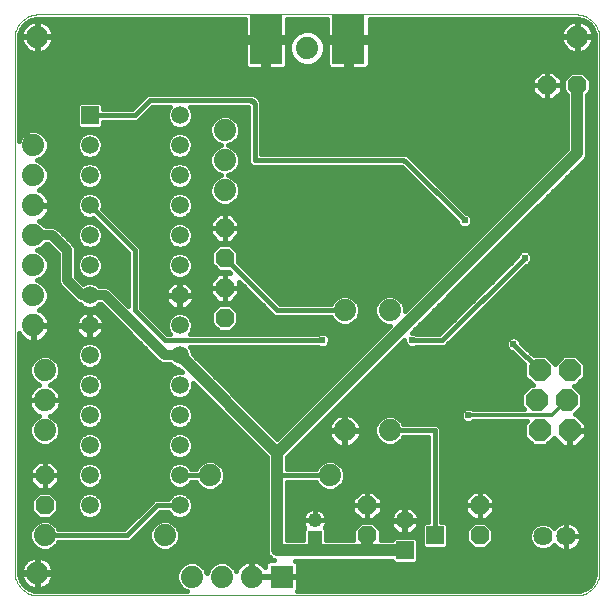
<source format=gbl>
G75*
%MOIN*%
%OFA0B0*%
%FSLAX24Y24*%
%IPPOS*%
%LPD*%
%AMOC8*
5,1,8,0,0,1.08239X$1,22.5*
%
%ADD10C,0.0000*%
%ADD11OC8,0.0740*%
%ADD12C,0.0740*%
%ADD13R,0.0590X0.0590*%
%ADD14C,0.0590*%
%ADD15R,0.0480X0.0480*%
%ADD16C,0.0480*%
%ADD17OC8,0.0630*%
%ADD18R,0.1050X0.1650*%
%ADD19R,0.0740X0.0740*%
%ADD20C,0.0640*%
%ADD21C,0.0320*%
%ADD22C,0.0356*%
%ADD23C,0.0400*%
%ADD24C,0.0160*%
%ADD25C,0.0238*%
%ADD26C,0.0120*%
D10*
X001467Y001180D02*
X019385Y001180D01*
X019439Y001182D01*
X019492Y001187D01*
X019545Y001196D01*
X019597Y001209D01*
X019649Y001225D01*
X019699Y001245D01*
X019747Y001268D01*
X019794Y001295D01*
X019839Y001324D01*
X019882Y001357D01*
X019922Y001392D01*
X019960Y001430D01*
X019995Y001470D01*
X020028Y001513D01*
X020057Y001558D01*
X020084Y001605D01*
X020107Y001653D01*
X020127Y001703D01*
X020143Y001755D01*
X020156Y001807D01*
X020165Y001860D01*
X020170Y001913D01*
X020172Y001967D01*
X020172Y019763D01*
X020170Y019817D01*
X020165Y019870D01*
X020156Y019923D01*
X020143Y019975D01*
X020127Y020027D01*
X020107Y020077D01*
X020084Y020125D01*
X020057Y020172D01*
X020028Y020217D01*
X019995Y020260D01*
X019960Y020300D01*
X019922Y020338D01*
X019882Y020373D01*
X019839Y020406D01*
X019794Y020435D01*
X019747Y020462D01*
X019699Y020485D01*
X019649Y020505D01*
X019597Y020521D01*
X019545Y020534D01*
X019492Y020543D01*
X019439Y020548D01*
X019385Y020550D01*
X001467Y020550D01*
X001413Y020548D01*
X001360Y020543D01*
X001307Y020534D01*
X001255Y020521D01*
X001203Y020505D01*
X001153Y020485D01*
X001105Y020462D01*
X001058Y020435D01*
X001013Y020406D01*
X000970Y020373D01*
X000930Y020338D01*
X000892Y020300D01*
X000857Y020260D01*
X000824Y020217D01*
X000795Y020172D01*
X000768Y020125D01*
X000745Y020077D01*
X000725Y020027D01*
X000709Y019975D01*
X000696Y019923D01*
X000687Y019870D01*
X000682Y019817D01*
X000680Y019763D01*
X000680Y001967D01*
X000682Y001913D01*
X000687Y001860D01*
X000696Y001807D01*
X000709Y001755D01*
X000725Y001703D01*
X000745Y001653D01*
X000768Y001605D01*
X000795Y001558D01*
X000824Y001513D01*
X000857Y001470D01*
X000892Y001430D01*
X000930Y001392D01*
X000970Y001357D01*
X001013Y001324D01*
X001058Y001295D01*
X001105Y001268D01*
X001153Y001245D01*
X001203Y001225D01*
X001255Y001209D01*
X001307Y001196D01*
X001360Y001187D01*
X001413Y001182D01*
X001467Y001180D01*
X008230Y020555D02*
X012630Y020555D01*
D11*
X018180Y008680D03*
X019180Y008680D03*
X019080Y007680D03*
X019180Y006680D03*
X018180Y006680D03*
X018080Y007680D03*
D12*
X013180Y006680D03*
X011680Y006680D03*
X011180Y005180D03*
X008578Y001807D03*
X007578Y001807D03*
X006578Y001807D03*
X005680Y003180D03*
X007180Y005180D03*
X011680Y010680D03*
X013180Y010680D03*
X007680Y014680D03*
X007680Y015680D03*
X007680Y016680D03*
X010430Y019430D03*
X001430Y019805D03*
X001305Y016180D03*
X001305Y015180D03*
X001305Y014180D03*
X001305Y013180D03*
X001305Y012180D03*
X001305Y011180D03*
X001305Y010180D03*
X001680Y008680D03*
X001680Y007680D03*
X001680Y006680D03*
X001680Y003180D03*
X001430Y001930D03*
X019430Y019805D03*
D13*
X014680Y003180D03*
X013680Y002680D03*
X003180Y017180D03*
D14*
X003180Y016180D03*
X003180Y015180D03*
X003180Y014180D03*
X003180Y013180D03*
X003180Y012180D03*
X003180Y011180D03*
X003180Y010180D03*
X003180Y009180D03*
X003180Y008180D03*
X003180Y007180D03*
X003180Y006180D03*
X003180Y005180D03*
X003180Y004180D03*
X006180Y004180D03*
X006180Y005180D03*
X006180Y006180D03*
X006180Y007180D03*
X006180Y008180D03*
X006180Y009180D03*
X006180Y010180D03*
X006180Y011180D03*
X006180Y012180D03*
X006180Y013180D03*
X006180Y014180D03*
X006180Y015180D03*
X006180Y016180D03*
X006180Y017180D03*
X013680Y003680D03*
D15*
X010680Y003090D03*
D16*
X010680Y003680D03*
D17*
X012430Y003180D03*
X012430Y004180D03*
X016180Y004180D03*
X016180Y003180D03*
X007680Y010430D03*
X007680Y011430D03*
X007680Y012430D03*
X007680Y013430D03*
X001680Y005180D03*
X001680Y004180D03*
X018430Y018180D03*
X019430Y018180D03*
D18*
X011806Y019722D03*
X009054Y019722D03*
D19*
X009578Y001807D03*
D20*
X018286Y003147D03*
X019074Y003147D03*
D21*
X006180Y009180D02*
X005680Y009180D01*
X003680Y011180D01*
X003180Y011180D01*
X002930Y011180D01*
X002430Y011680D01*
X002430Y012680D01*
X001930Y013180D01*
X001305Y013180D01*
D22*
X016180Y012680D03*
D23*
X009430Y005930D01*
X009430Y005180D01*
X009430Y002680D01*
X010680Y002680D01*
X010680Y003090D01*
X010680Y002680D02*
X012430Y002680D01*
X012430Y003180D01*
X012430Y002680D02*
X013680Y002680D01*
X009430Y005930D02*
X006180Y009180D01*
X016180Y012680D02*
X019430Y015930D01*
X019430Y018180D01*
D24*
X001173Y001391D02*
X001010Y001510D01*
X000891Y001673D01*
X000828Y001866D01*
X000820Y001967D01*
X000820Y009920D01*
X000835Y009892D01*
X000885Y009822D01*
X000947Y009760D01*
X001017Y009710D01*
X001094Y009670D01*
X001176Y009644D01*
X001262Y009630D01*
X001285Y009630D01*
X001285Y010160D01*
X001325Y010160D01*
X001325Y010200D01*
X001855Y010200D01*
X001855Y010223D01*
X001841Y010309D01*
X001815Y010391D01*
X001775Y010468D01*
X001725Y010538D01*
X001663Y010600D01*
X001593Y010650D01*
X001516Y010690D01*
X001481Y010701D01*
X001594Y010748D01*
X001737Y010891D01*
X001815Y011079D01*
X001815Y011281D01*
X001737Y011469D01*
X001594Y011612D01*
X001431Y011680D01*
X001594Y011748D01*
X001737Y011891D01*
X001815Y012079D01*
X001815Y012281D01*
X001737Y012469D01*
X001594Y012612D01*
X001431Y012680D01*
X001594Y012748D01*
X001726Y012880D01*
X001806Y012880D01*
X002130Y012556D01*
X002130Y011620D01*
X002176Y011510D01*
X002260Y011426D01*
X002260Y011426D01*
X002760Y010926D01*
X002861Y010884D01*
X002934Y010811D01*
X003093Y010745D01*
X003267Y010745D01*
X003426Y010811D01*
X003495Y010880D01*
X003556Y010880D01*
X005426Y009010D01*
X005510Y008926D01*
X005620Y008880D01*
X005865Y008880D01*
X005934Y008811D01*
X006093Y008745D01*
X006134Y008745D01*
X006264Y008615D01*
X006093Y008615D01*
X005934Y008549D01*
X005811Y008426D01*
X005745Y008267D01*
X005745Y008093D01*
X005811Y007934D01*
X005934Y007811D01*
X006093Y007745D01*
X006267Y007745D01*
X006426Y007811D01*
X006549Y007934D01*
X006615Y008093D01*
X006615Y008264D01*
X009090Y005789D01*
X009090Y002612D01*
X009142Y002487D01*
X009237Y002392D01*
X009321Y002357D01*
X009185Y002357D01*
X009139Y002345D01*
X009098Y002321D01*
X009064Y002287D01*
X009040Y002246D01*
X009028Y002201D01*
X009028Y002123D01*
X008998Y002165D01*
X008937Y002226D01*
X008866Y002277D01*
X008789Y002317D01*
X008707Y002343D01*
X008622Y002357D01*
X008598Y002357D01*
X008598Y001827D01*
X008558Y001827D01*
X008558Y002357D01*
X008535Y002357D01*
X008449Y002343D01*
X008367Y002317D01*
X008290Y002277D01*
X008220Y002226D01*
X008159Y002165D01*
X008108Y002095D01*
X008069Y002018D01*
X008057Y001983D01*
X008011Y002096D01*
X007867Y002239D01*
X007680Y002317D01*
X007477Y002317D01*
X007289Y002239D01*
X007146Y002096D01*
X007078Y001933D01*
X007011Y002096D01*
X006867Y002239D01*
X006680Y002317D01*
X006477Y002317D01*
X006289Y002239D01*
X006146Y002096D01*
X006068Y001908D01*
X006068Y001706D01*
X006146Y001518D01*
X006289Y001375D01*
X006421Y001320D01*
X001467Y001320D01*
X001366Y001328D01*
X001173Y001391D01*
X001219Y001420D02*
X001301Y001394D01*
X001387Y001380D01*
X001410Y001380D01*
X001410Y001910D01*
X000880Y001910D01*
X000880Y001887D01*
X000894Y001801D01*
X000920Y001719D01*
X000960Y001642D01*
X001010Y001572D01*
X001072Y001510D01*
X001142Y001460D01*
X001219Y001420D01*
X001334Y001339D02*
X006377Y001339D01*
X006167Y001497D02*
X001770Y001497D01*
X001788Y001510D02*
X001850Y001572D01*
X001900Y001642D01*
X001940Y001719D01*
X001966Y001801D01*
X001980Y001887D01*
X001980Y001910D01*
X001450Y001910D01*
X001450Y001950D01*
X001410Y001950D01*
X001410Y002480D01*
X001387Y002480D01*
X001301Y002466D01*
X001219Y002440D01*
X001142Y002400D01*
X001072Y002350D01*
X001010Y002288D01*
X000960Y002218D01*
X000920Y002141D01*
X000894Y002059D01*
X000880Y001973D01*
X000880Y001950D01*
X001410Y001950D01*
X001410Y001910D01*
X001450Y001910D01*
X001450Y001380D01*
X001473Y001380D01*
X001559Y001394D01*
X001641Y001420D01*
X001718Y001460D01*
X001788Y001510D01*
X001907Y001656D02*
X006089Y001656D01*
X006068Y001814D02*
X001968Y001814D01*
X001980Y001950D02*
X001980Y001973D01*
X001966Y002059D01*
X001940Y002141D01*
X001900Y002218D01*
X001850Y002288D01*
X001788Y002350D01*
X001718Y002400D01*
X001641Y002440D01*
X001559Y002466D01*
X001473Y002480D01*
X001450Y002480D01*
X001450Y001950D01*
X001980Y001950D01*
X001980Y001973D02*
X006095Y001973D01*
X006181Y002131D02*
X001943Y002131D01*
X001848Y002290D02*
X006410Y002290D01*
X006746Y002290D02*
X007410Y002290D01*
X007181Y002131D02*
X006975Y002131D01*
X007062Y001973D02*
X007095Y001973D01*
X007746Y002290D02*
X008314Y002290D01*
X008134Y002131D02*
X007975Y002131D01*
X008558Y002131D02*
X008598Y002131D01*
X008598Y001973D02*
X008558Y001973D01*
X008598Y001827D02*
X009128Y001827D01*
X009558Y001827D01*
X009558Y001787D01*
X008598Y001787D01*
X008598Y001827D01*
X008598Y001814D02*
X009558Y001814D01*
X009598Y001814D02*
X020007Y001814D01*
X020024Y001866D02*
X019962Y001673D01*
X019843Y001510D01*
X019679Y001391D01*
X019486Y001328D01*
X019385Y001320D01*
X010086Y001320D01*
X010092Y001326D01*
X010116Y001367D01*
X010128Y001413D01*
X010128Y001787D01*
X009598Y001787D01*
X009598Y001827D01*
X010128Y001827D01*
X010128Y002201D01*
X010116Y002246D01*
X010092Y002287D01*
X010059Y002321D01*
X010026Y002340D01*
X013245Y002340D01*
X013245Y002327D01*
X013327Y002245D01*
X014033Y002245D01*
X014115Y002327D01*
X014115Y003033D01*
X014033Y003115D01*
X013327Y003115D01*
X013245Y003033D01*
X013245Y003020D01*
X012885Y003020D01*
X012885Y003368D01*
X012618Y003635D01*
X012242Y003635D01*
X011975Y003368D01*
X011975Y003020D01*
X011060Y003020D01*
X011060Y003388D01*
X011018Y003430D01*
X011039Y003460D01*
X011069Y003519D01*
X011090Y003582D01*
X011100Y003647D01*
X011100Y003680D01*
X011100Y003713D01*
X011090Y003778D01*
X011069Y003841D01*
X011039Y003900D01*
X011000Y003954D01*
X010954Y004000D01*
X010900Y004039D01*
X010841Y004069D01*
X010778Y004090D01*
X010713Y004100D01*
X010680Y004100D01*
X010680Y003680D01*
X010680Y003680D01*
X011100Y003680D01*
X010680Y003680D01*
X010680Y003680D01*
X010680Y004100D01*
X010647Y004100D01*
X010582Y004090D01*
X010519Y004069D01*
X010460Y004039D01*
X010406Y004000D01*
X010360Y003954D01*
X010321Y003900D01*
X010291Y003841D01*
X010270Y003778D01*
X010260Y003713D01*
X010260Y003680D01*
X010680Y003680D01*
X010680Y003680D01*
X010260Y003680D01*
X010260Y003647D01*
X010270Y003582D01*
X010291Y003519D01*
X010321Y003460D01*
X010342Y003430D01*
X010300Y003388D01*
X010300Y003020D01*
X009770Y003020D01*
X009770Y004960D01*
X010719Y004960D01*
X010748Y004891D01*
X010891Y004748D01*
X011079Y004670D01*
X011281Y004670D01*
X011469Y004748D01*
X011612Y004891D01*
X011690Y005079D01*
X011690Y005281D01*
X011612Y005469D01*
X011469Y005612D01*
X011281Y005690D01*
X011079Y005690D01*
X010891Y005612D01*
X010748Y005469D01*
X010719Y005400D01*
X009770Y005400D01*
X009770Y005789D01*
X013671Y009690D01*
X013671Y009628D01*
X013710Y009533D01*
X013783Y009460D01*
X013878Y009421D01*
X013981Y009421D01*
X014075Y009460D01*
X015021Y009460D01*
X015150Y009589D01*
X017732Y012171D01*
X017827Y012210D01*
X017900Y012283D01*
X017939Y012378D01*
X017939Y012482D01*
X017900Y012577D01*
X017827Y012650D01*
X017732Y012689D01*
X017628Y012689D01*
X017533Y012650D01*
X017460Y012577D01*
X017421Y012482D01*
X014839Y009900D01*
X014075Y009900D01*
X013981Y009939D01*
X013920Y009939D01*
X016469Y012488D01*
X019623Y015642D01*
X019718Y015737D01*
X019770Y015862D01*
X019770Y017877D01*
X019885Y017992D01*
X019885Y018368D01*
X019618Y018635D01*
X019242Y018635D01*
X018975Y018368D01*
X018975Y017992D01*
X019090Y017877D01*
X019090Y016071D01*
X015988Y012969D01*
X015988Y012969D01*
X013690Y010671D01*
X013690Y010781D01*
X013613Y010969D01*
X013469Y011112D01*
X013282Y011190D01*
X013079Y011190D01*
X012892Y011112D01*
X012748Y010969D01*
X012670Y010781D01*
X012670Y010579D01*
X012748Y010391D01*
X012892Y010248D01*
X013079Y010170D01*
X013189Y010170D01*
X009430Y006411D01*
X006615Y009226D01*
X006615Y009267D01*
X006549Y009426D01*
X006515Y009460D01*
X010785Y009460D01*
X010879Y009421D01*
X010982Y009421D01*
X011077Y009460D01*
X011150Y009533D01*
X011189Y009628D01*
X011189Y009732D01*
X011150Y009827D01*
X011077Y009900D01*
X010982Y009939D01*
X010879Y009939D01*
X010785Y009900D01*
X006515Y009900D01*
X006549Y009934D01*
X006615Y010093D01*
X006615Y010267D01*
X006549Y010426D01*
X006426Y010549D01*
X006267Y010615D01*
X006093Y010615D01*
X005934Y010549D01*
X005811Y010426D01*
X005745Y010267D01*
X005745Y010093D01*
X005811Y009934D01*
X005845Y009900D01*
X005771Y009900D01*
X004900Y010771D01*
X004900Y012771D01*
X003604Y014067D01*
X003615Y014093D01*
X003615Y014267D01*
X003549Y014426D01*
X003426Y014549D01*
X003267Y014615D01*
X003093Y014615D01*
X002934Y014549D01*
X002811Y014426D01*
X002745Y014267D01*
X002745Y014093D01*
X002811Y013934D01*
X002934Y013811D01*
X003093Y013745D01*
X003267Y013745D01*
X003293Y013756D01*
X004460Y012589D01*
X004460Y010824D01*
X003850Y011434D01*
X003740Y011480D01*
X003495Y011480D01*
X003426Y011549D01*
X003267Y011615D01*
X003093Y011615D01*
X002970Y011564D01*
X002730Y011804D01*
X002730Y012740D01*
X002684Y012850D01*
X002184Y013350D01*
X002100Y013434D01*
X001990Y013480D01*
X001726Y013480D01*
X001594Y013612D01*
X001481Y013659D01*
X001516Y013670D01*
X001593Y013710D01*
X001663Y013760D01*
X001725Y013822D01*
X001775Y013892D01*
X001815Y013969D01*
X001841Y014051D01*
X001855Y014137D01*
X001855Y014160D01*
X001325Y014160D01*
X001325Y014200D01*
X001855Y014200D01*
X001855Y014223D01*
X001841Y014309D01*
X001815Y014391D01*
X001775Y014468D01*
X001725Y014538D01*
X001663Y014600D01*
X001593Y014650D01*
X001516Y014690D01*
X001481Y014701D01*
X001594Y014748D01*
X001737Y014891D01*
X001815Y015079D01*
X001815Y015281D01*
X001737Y015469D01*
X001594Y015612D01*
X001431Y015680D01*
X001594Y015748D01*
X001737Y015891D01*
X001815Y016079D01*
X002751Y016079D01*
X002745Y016093D02*
X002811Y015934D01*
X002934Y015811D01*
X003093Y015745D01*
X003267Y015745D01*
X003426Y015811D01*
X003549Y015934D01*
X003615Y016093D01*
X003615Y016267D01*
X003549Y016426D01*
X003426Y016549D01*
X003267Y016615D01*
X003093Y016615D01*
X002934Y016549D01*
X002811Y016426D01*
X002745Y016267D01*
X002745Y016093D01*
X002745Y016238D02*
X001815Y016238D01*
X001815Y016281D02*
X001737Y016469D01*
X001594Y016612D01*
X001406Y016690D01*
X001204Y016690D01*
X001016Y016612D01*
X000873Y016469D01*
X000820Y016342D01*
X000820Y019763D01*
X000828Y019864D01*
X000891Y020057D01*
X001010Y020220D01*
X001173Y020340D01*
X001366Y020402D01*
X001467Y020410D01*
X008349Y020410D01*
X008349Y019802D01*
X008974Y019802D01*
X008974Y019642D01*
X009134Y019642D01*
X009134Y018717D01*
X009603Y018717D01*
X009649Y018729D01*
X009690Y018753D01*
X009723Y018787D01*
X009747Y018828D01*
X009759Y018873D01*
X009759Y019642D01*
X009134Y019642D01*
X009134Y019802D01*
X009759Y019802D01*
X009759Y020410D01*
X011101Y020410D01*
X011101Y019802D01*
X011726Y019802D01*
X011726Y019642D01*
X011886Y019642D01*
X011886Y019802D01*
X012511Y019802D01*
X012511Y020410D01*
X019385Y020410D01*
X019486Y020402D01*
X019679Y020340D01*
X019843Y020220D01*
X019962Y020057D01*
X020024Y019864D01*
X020032Y019763D01*
X020032Y001967D01*
X020024Y001866D01*
X020032Y001973D02*
X010128Y001973D01*
X010128Y002131D02*
X020032Y002131D01*
X020032Y002290D02*
X014077Y002290D01*
X014115Y002448D02*
X020032Y002448D01*
X020032Y002607D02*
X014115Y002607D01*
X014115Y002765D02*
X014307Y002765D01*
X014327Y002745D02*
X014245Y002827D01*
X014245Y003533D01*
X014327Y003615D01*
X014460Y003615D01*
X014460Y006460D01*
X013641Y006460D01*
X013613Y006391D01*
X013469Y006248D01*
X013282Y006170D01*
X013079Y006170D01*
X012892Y006248D01*
X012748Y006391D01*
X012670Y006579D01*
X012670Y006781D01*
X012748Y006969D01*
X012892Y007112D01*
X013079Y007190D01*
X013282Y007190D01*
X013469Y007112D01*
X013613Y006969D01*
X013641Y006900D01*
X014771Y006900D01*
X014900Y006771D01*
X014900Y003615D01*
X015033Y003615D01*
X015115Y003533D01*
X015115Y002827D01*
X015033Y002745D01*
X014327Y002745D01*
X014245Y002924D02*
X014115Y002924D01*
X014066Y003082D02*
X014245Y003082D01*
X014245Y003241D02*
X013864Y003241D01*
X013862Y003240D02*
X013929Y003274D01*
X013989Y003318D01*
X014042Y003371D01*
X014086Y003431D01*
X014120Y003498D01*
X014143Y003569D01*
X014155Y003643D01*
X014155Y003662D01*
X013698Y003662D01*
X013698Y003698D01*
X013662Y003698D01*
X013662Y004155D01*
X013643Y004155D01*
X013569Y004143D01*
X013498Y004120D01*
X013431Y004086D01*
X013371Y004042D01*
X013318Y003989D01*
X013274Y003929D01*
X013240Y003862D01*
X013217Y003791D01*
X013205Y003717D01*
X013205Y003698D01*
X013662Y003698D01*
X013662Y003662D01*
X013205Y003662D01*
X013205Y003643D01*
X013217Y003569D01*
X013240Y003498D01*
X013274Y003431D01*
X013318Y003371D01*
X013371Y003318D01*
X013431Y003274D01*
X013498Y003240D01*
X013569Y003217D01*
X013643Y003205D01*
X013662Y003205D01*
X013662Y003662D01*
X013698Y003662D01*
X013698Y003205D01*
X013717Y003205D01*
X013791Y003217D01*
X013862Y003240D01*
X013698Y003241D02*
X013662Y003241D01*
X013662Y003399D02*
X013698Y003399D01*
X013698Y003558D02*
X013662Y003558D01*
X013698Y003698D02*
X014155Y003698D01*
X014155Y003717D01*
X014143Y003791D01*
X014120Y003862D01*
X014086Y003929D01*
X014042Y003989D01*
X013989Y004042D01*
X013929Y004086D01*
X013862Y004120D01*
X013791Y004143D01*
X013717Y004155D01*
X013698Y004155D01*
X013698Y003698D01*
X013698Y003716D02*
X013662Y003716D01*
X013662Y003875D02*
X013698Y003875D01*
X013698Y004033D02*
X013662Y004033D01*
X013361Y004033D02*
X012925Y004033D01*
X012925Y003975D02*
X012925Y004180D01*
X012925Y004385D01*
X012635Y004675D01*
X012430Y004675D01*
X012430Y004180D01*
X012430Y004180D01*
X012925Y004180D01*
X012430Y004180D01*
X012430Y004180D01*
X012430Y004180D01*
X011935Y004180D01*
X011935Y004385D01*
X012225Y004675D01*
X012430Y004675D01*
X012430Y004180D01*
X012430Y003685D01*
X012635Y003685D01*
X012925Y003975D01*
X012825Y003875D02*
X013246Y003875D01*
X013205Y003716D02*
X012666Y003716D01*
X012696Y003558D02*
X013220Y003558D01*
X013297Y003399D02*
X012854Y003399D01*
X012885Y003241D02*
X013496Y003241D01*
X013294Y003082D02*
X012885Y003082D01*
X012430Y003685D02*
X012225Y003685D01*
X011935Y003975D01*
X011935Y004180D01*
X012430Y004180D01*
X012430Y004180D01*
X012430Y003685D01*
X012430Y003716D02*
X012430Y003716D01*
X012430Y003875D02*
X012430Y003875D01*
X012430Y004033D02*
X012430Y004033D01*
X012430Y004192D02*
X012430Y004192D01*
X012430Y004350D02*
X012430Y004350D01*
X012430Y004509D02*
X012430Y004509D01*
X012430Y004667D02*
X012430Y004667D01*
X012643Y004667D02*
X014460Y004667D01*
X014460Y004509D02*
X012802Y004509D01*
X012925Y004350D02*
X014460Y004350D01*
X014460Y004192D02*
X012925Y004192D01*
X012217Y004667D02*
X009770Y004667D01*
X009770Y004509D02*
X012058Y004509D01*
X011935Y004350D02*
X009770Y004350D01*
X009770Y004192D02*
X011935Y004192D01*
X011935Y004033D02*
X010909Y004033D01*
X011052Y003875D02*
X012035Y003875D01*
X012194Y003716D02*
X011100Y003716D01*
X011082Y003558D02*
X012164Y003558D01*
X012006Y003399D02*
X011049Y003399D01*
X011060Y003241D02*
X011975Y003241D01*
X011975Y003082D02*
X011060Y003082D01*
X010680Y003716D02*
X010680Y003716D01*
X010680Y003875D02*
X010680Y003875D01*
X010680Y004033D02*
X010680Y004033D01*
X010451Y004033D02*
X009770Y004033D01*
X009770Y003875D02*
X010308Y003875D01*
X010260Y003716D02*
X009770Y003716D01*
X009770Y003558D02*
X010278Y003558D01*
X010311Y003399D02*
X009770Y003399D01*
X009770Y003241D02*
X010300Y003241D01*
X010300Y003082D02*
X009770Y003082D01*
X009090Y003082D02*
X006190Y003082D01*
X006190Y003079D02*
X006112Y002891D01*
X005969Y002748D01*
X005781Y002670D01*
X005579Y002670D01*
X005391Y002748D01*
X005248Y002891D01*
X005170Y003079D01*
X005170Y003281D01*
X005248Y003469D01*
X005391Y003612D01*
X005579Y003690D01*
X005781Y003690D01*
X005969Y003612D01*
X006112Y003469D01*
X006190Y003281D01*
X006190Y003079D01*
X006190Y003241D02*
X009090Y003241D01*
X009090Y003399D02*
X006141Y003399D01*
X006024Y003558D02*
X009090Y003558D01*
X009090Y003716D02*
X005277Y003716D01*
X005336Y003558D02*
X005119Y003558D01*
X005219Y003399D02*
X004960Y003399D01*
X004802Y003241D02*
X005170Y003241D01*
X005170Y003082D02*
X004643Y003082D01*
X004650Y003089D02*
X005521Y003960D01*
X005800Y003960D01*
X005811Y003934D01*
X005934Y003811D01*
X006093Y003745D01*
X006267Y003745D01*
X006426Y003811D01*
X006549Y003934D01*
X006615Y004093D01*
X006615Y004267D01*
X006549Y004426D01*
X006426Y004549D01*
X006267Y004615D01*
X006093Y004615D01*
X005934Y004549D01*
X005811Y004426D01*
X005800Y004400D01*
X005339Y004400D01*
X005210Y004271D01*
X004339Y003400D01*
X002141Y003400D01*
X002112Y003469D01*
X001969Y003612D01*
X001781Y003690D01*
X001579Y003690D01*
X001391Y003612D01*
X001248Y003469D01*
X001170Y003281D01*
X001170Y003079D01*
X001248Y002891D01*
X001391Y002748D01*
X001579Y002670D01*
X001781Y002670D01*
X001969Y002748D01*
X002112Y002891D01*
X002141Y002960D01*
X004521Y002960D01*
X004650Y003089D01*
X004430Y003180D02*
X001680Y003180D01*
X001336Y003558D02*
X000820Y003558D01*
X000820Y003716D02*
X004655Y003716D01*
X004813Y003875D02*
X003490Y003875D01*
X003549Y003934D02*
X003426Y003811D01*
X003267Y003745D01*
X003093Y003745D01*
X002934Y003811D01*
X002811Y003934D01*
X002745Y004093D01*
X002745Y004267D01*
X002811Y004426D01*
X002934Y004549D01*
X003093Y004615D01*
X003267Y004615D01*
X003426Y004549D01*
X003549Y004426D01*
X003615Y004267D01*
X003615Y004093D01*
X003549Y003934D01*
X003590Y004033D02*
X004972Y004033D01*
X005130Y004192D02*
X003615Y004192D01*
X003580Y004350D02*
X005289Y004350D01*
X005430Y004180D02*
X006180Y004180D01*
X005893Y004509D02*
X003467Y004509D01*
X003426Y004811D02*
X003267Y004745D01*
X003093Y004745D01*
X002934Y004811D01*
X002811Y004934D01*
X002745Y005093D01*
X002745Y005267D01*
X002811Y005426D01*
X002934Y005549D01*
X003093Y005615D01*
X003267Y005615D01*
X003426Y005549D01*
X003549Y005426D01*
X003615Y005267D01*
X003615Y005093D01*
X003549Y004934D01*
X003426Y004811D01*
X003441Y004826D02*
X005919Y004826D01*
X005934Y004811D02*
X006093Y004745D01*
X006267Y004745D01*
X006426Y004811D01*
X006549Y004934D01*
X006560Y004960D01*
X006719Y004960D01*
X006748Y004891D01*
X006891Y004748D01*
X007079Y004670D01*
X007281Y004670D01*
X007469Y004748D01*
X007612Y004891D01*
X007690Y005079D01*
X007690Y005281D01*
X007612Y005469D01*
X007469Y005612D01*
X007281Y005690D01*
X007079Y005690D01*
X006891Y005612D01*
X006748Y005469D01*
X006719Y005400D01*
X006560Y005400D01*
X006549Y005426D01*
X006426Y005549D01*
X006267Y005615D01*
X006093Y005615D01*
X005934Y005549D01*
X005811Y005426D01*
X005745Y005267D01*
X005745Y005093D01*
X005811Y004934D01*
X005934Y004811D01*
X005790Y004984D02*
X003570Y004984D01*
X003615Y005143D02*
X005745Y005143D01*
X005759Y005301D02*
X003601Y005301D01*
X003516Y005460D02*
X005844Y005460D01*
X006017Y005777D02*
X003343Y005777D01*
X003267Y005745D02*
X003426Y005811D01*
X003549Y005934D01*
X003615Y006093D01*
X003615Y006267D01*
X003549Y006426D01*
X003426Y006549D01*
X003267Y006615D01*
X003093Y006615D01*
X002934Y006549D01*
X002811Y006426D01*
X002745Y006267D01*
X002745Y006093D01*
X002811Y005934D01*
X002934Y005811D01*
X003093Y005745D01*
X003267Y005745D01*
X003017Y005777D02*
X000820Y005777D01*
X000820Y005935D02*
X002811Y005935D01*
X002745Y006094D02*
X000820Y006094D01*
X000820Y006252D02*
X001387Y006252D01*
X001391Y006248D02*
X001579Y006170D01*
X001781Y006170D01*
X001969Y006248D01*
X002112Y006391D01*
X002190Y006579D01*
X002190Y006781D01*
X002112Y006969D01*
X001969Y007112D01*
X001856Y007159D01*
X001891Y007170D01*
X001968Y007210D01*
X002038Y007260D01*
X002100Y007322D01*
X002150Y007392D01*
X002190Y007469D01*
X002216Y007551D01*
X002230Y007637D01*
X002230Y007680D01*
X002230Y007723D01*
X002216Y007809D01*
X002190Y007891D01*
X002150Y007968D01*
X002100Y008038D01*
X002038Y008100D01*
X001968Y008150D01*
X001891Y008190D01*
X001856Y008201D01*
X001969Y008248D01*
X002112Y008391D01*
X002190Y008579D01*
X002190Y008781D01*
X002112Y008969D01*
X001969Y009112D01*
X001781Y009190D01*
X001579Y009190D01*
X001391Y009112D01*
X001248Y008969D01*
X001170Y008781D01*
X001170Y008579D01*
X001248Y008391D01*
X001391Y008248D01*
X001504Y008201D01*
X001469Y008190D01*
X001392Y008150D01*
X001322Y008100D01*
X001260Y008038D01*
X001210Y007968D01*
X001170Y007891D01*
X001144Y007809D01*
X001130Y007723D01*
X001130Y007680D01*
X001680Y007680D01*
X002230Y007680D01*
X001680Y007680D01*
X001680Y007680D01*
X001680Y007680D01*
X001130Y007680D01*
X001130Y007637D01*
X001144Y007551D01*
X001170Y007469D01*
X001210Y007392D01*
X001260Y007322D01*
X001322Y007260D01*
X001392Y007210D01*
X001469Y007170D01*
X001504Y007159D01*
X001391Y007112D01*
X001248Y006969D01*
X001170Y006781D01*
X001170Y006579D01*
X001248Y006391D01*
X001391Y006248D01*
X001240Y006411D02*
X000820Y006411D01*
X000820Y006569D02*
X001174Y006569D01*
X001170Y006728D02*
X000820Y006728D01*
X000820Y006886D02*
X001213Y006886D01*
X001323Y007045D02*
X000820Y007045D01*
X000820Y007203D02*
X001405Y007203D01*
X001232Y007362D02*
X000820Y007362D01*
X000820Y007520D02*
X001154Y007520D01*
X001130Y007679D02*
X000820Y007679D01*
X000820Y007837D02*
X001153Y007837D01*
X001229Y007996D02*
X000820Y007996D01*
X000820Y008154D02*
X001399Y008154D01*
X001326Y008313D02*
X000820Y008313D01*
X000820Y008471D02*
X001215Y008471D01*
X001170Y008630D02*
X000820Y008630D01*
X000820Y008788D02*
X001173Y008788D01*
X001238Y008947D02*
X000820Y008947D01*
X000820Y009105D02*
X001384Y009105D01*
X001348Y009630D02*
X001434Y009644D01*
X001516Y009670D01*
X001593Y009710D01*
X001663Y009760D01*
X001725Y009822D01*
X001775Y009892D01*
X001815Y009969D01*
X001841Y010051D01*
X001855Y010137D01*
X001855Y010160D01*
X001325Y010160D01*
X001325Y009630D01*
X001348Y009630D01*
X001325Y009739D02*
X001285Y009739D01*
X001285Y009898D02*
X001325Y009898D01*
X001325Y010056D02*
X001285Y010056D01*
X000976Y009739D02*
X000820Y009739D01*
X000820Y009581D02*
X003010Y009581D01*
X002934Y009549D02*
X003093Y009615D01*
X003267Y009615D01*
X003426Y009549D01*
X003549Y009426D01*
X003615Y009267D01*
X003615Y009093D01*
X003549Y008934D01*
X003426Y008811D01*
X003267Y008745D01*
X003093Y008745D01*
X002934Y008811D01*
X002811Y008934D01*
X002745Y009093D01*
X002745Y009267D01*
X002811Y009426D01*
X002934Y009549D01*
X002809Y009422D02*
X000820Y009422D01*
X000820Y009264D02*
X002745Y009264D01*
X002745Y009105D02*
X001976Y009105D01*
X002122Y008947D02*
X002806Y008947D01*
X002990Y008788D02*
X002187Y008788D01*
X002190Y008630D02*
X006250Y008630D01*
X005990Y008788D02*
X003370Y008788D01*
X003267Y008615D02*
X003093Y008615D01*
X002934Y008549D01*
X002811Y008426D01*
X002745Y008267D01*
X002745Y008093D01*
X002811Y007934D01*
X002934Y007811D01*
X003093Y007745D01*
X003267Y007745D01*
X003426Y007811D01*
X003549Y007934D01*
X003615Y008093D01*
X003615Y008267D01*
X003549Y008426D01*
X003426Y008549D01*
X003267Y008615D01*
X003504Y008471D02*
X005856Y008471D01*
X005764Y008313D02*
X003596Y008313D01*
X003615Y008154D02*
X005745Y008154D01*
X005786Y007996D02*
X003574Y007996D01*
X003452Y007837D02*
X005908Y007837D01*
X006093Y007615D02*
X005934Y007549D01*
X005811Y007426D01*
X005745Y007267D01*
X005745Y007093D01*
X005811Y006934D01*
X005934Y006811D01*
X006093Y006745D01*
X006267Y006745D01*
X006426Y006811D01*
X006549Y006934D01*
X006615Y007093D01*
X006615Y007267D01*
X006549Y007426D01*
X006426Y007549D01*
X006267Y007615D01*
X006093Y007615D01*
X005905Y007520D02*
X003455Y007520D01*
X003426Y007549D02*
X003267Y007615D01*
X003093Y007615D01*
X002934Y007549D01*
X002811Y007426D01*
X002745Y007267D01*
X002745Y007093D01*
X002811Y006934D01*
X002934Y006811D01*
X003093Y006745D01*
X003267Y006745D01*
X003426Y006811D01*
X003549Y006934D01*
X003615Y007093D01*
X003615Y007267D01*
X003549Y007426D01*
X003426Y007549D01*
X003576Y007362D02*
X005784Y007362D01*
X005745Y007203D02*
X003615Y007203D01*
X003595Y007045D02*
X005765Y007045D01*
X005859Y006886D02*
X003501Y006886D01*
X003378Y006569D02*
X005982Y006569D01*
X005934Y006549D02*
X006093Y006615D01*
X006267Y006615D01*
X006426Y006549D01*
X006549Y006426D01*
X006615Y006267D01*
X006615Y006093D01*
X006549Y005934D01*
X006426Y005811D01*
X006267Y005745D01*
X006093Y005745D01*
X005934Y005811D01*
X005811Y005934D01*
X005745Y006093D01*
X005745Y006267D01*
X005811Y006426D01*
X005934Y006549D01*
X005805Y006411D02*
X003555Y006411D01*
X003615Y006252D02*
X005745Y006252D01*
X005745Y006094D02*
X003615Y006094D01*
X003549Y005935D02*
X005811Y005935D01*
X006343Y005777D02*
X009090Y005777D01*
X009090Y005618D02*
X007455Y005618D01*
X007616Y005460D02*
X009090Y005460D01*
X009090Y005301D02*
X007682Y005301D01*
X007690Y005143D02*
X009090Y005143D01*
X009090Y004984D02*
X007651Y004984D01*
X007547Y004826D02*
X009090Y004826D01*
X009090Y004667D02*
X000820Y004667D01*
X000820Y004509D02*
X001365Y004509D01*
X001492Y004635D02*
X001225Y004368D01*
X001225Y003992D01*
X001492Y003725D01*
X001868Y003725D01*
X002135Y003992D01*
X002135Y004368D01*
X001868Y004635D01*
X001492Y004635D01*
X001475Y004685D02*
X001185Y004975D01*
X001185Y005180D01*
X001680Y005180D01*
X001680Y005180D01*
X001680Y005675D01*
X001885Y005675D01*
X002175Y005385D01*
X002175Y005180D01*
X001680Y005180D01*
X001680Y005180D01*
X001680Y005180D01*
X001680Y005675D01*
X001475Y005675D01*
X001185Y005385D01*
X001185Y005180D01*
X001680Y005180D01*
X002175Y005180D01*
X002175Y004975D01*
X001885Y004685D01*
X001680Y004685D01*
X001680Y005180D01*
X001680Y005180D01*
X001680Y004685D01*
X001475Y004685D01*
X001334Y004826D02*
X000820Y004826D01*
X000820Y004984D02*
X001185Y004984D01*
X001185Y005143D02*
X000820Y005143D01*
X000820Y005301D02*
X001185Y005301D01*
X001259Y005460D02*
X000820Y005460D01*
X000820Y005618D02*
X001418Y005618D01*
X001680Y005618D02*
X001680Y005618D01*
X001680Y005460D02*
X001680Y005460D01*
X001680Y005301D02*
X001680Y005301D01*
X001680Y005143D02*
X001680Y005143D01*
X001680Y004984D02*
X001680Y004984D01*
X001680Y004826D02*
X001680Y004826D01*
X002026Y004826D02*
X002919Y004826D01*
X002790Y004984D02*
X002175Y004984D01*
X002175Y005143D02*
X002745Y005143D01*
X002759Y005301D02*
X002175Y005301D01*
X002101Y005460D02*
X002844Y005460D01*
X002745Y006252D02*
X001973Y006252D01*
X002120Y006411D02*
X002805Y006411D01*
X002982Y006569D02*
X002186Y006569D01*
X002190Y006728D02*
X008152Y006728D01*
X007993Y006886D02*
X006501Y006886D01*
X006595Y007045D02*
X007835Y007045D01*
X007676Y007203D02*
X006615Y007203D01*
X006576Y007362D02*
X007518Y007362D01*
X007359Y007520D02*
X006455Y007520D01*
X006452Y007837D02*
X007042Y007837D01*
X006884Y007996D02*
X006574Y007996D01*
X006615Y008154D02*
X006725Y008154D01*
X007201Y007679D02*
X002230Y007679D01*
X002207Y007837D02*
X002908Y007837D01*
X002786Y007996D02*
X002131Y007996D01*
X001961Y008154D02*
X002745Y008154D01*
X002764Y008313D02*
X002034Y008313D01*
X002145Y008471D02*
X002856Y008471D01*
X003554Y008947D02*
X005489Y008947D01*
X005331Y009105D02*
X003615Y009105D01*
X003615Y009264D02*
X005172Y009264D01*
X005014Y009422D02*
X003551Y009422D01*
X003350Y009581D02*
X004855Y009581D01*
X004697Y009739D02*
X003360Y009739D01*
X003362Y009740D02*
X003429Y009774D01*
X003489Y009818D01*
X003542Y009871D01*
X003586Y009931D01*
X003620Y009998D01*
X003643Y010069D01*
X003655Y010143D01*
X003655Y010162D01*
X003198Y010162D01*
X003198Y010198D01*
X003655Y010198D01*
X003655Y010217D01*
X003643Y010291D01*
X003620Y010362D01*
X003586Y010429D01*
X003542Y010489D01*
X003489Y010542D01*
X003429Y010586D01*
X003362Y010620D01*
X003291Y010643D01*
X003217Y010655D01*
X003198Y010655D01*
X003198Y010198D01*
X003162Y010198D01*
X003162Y010655D01*
X003143Y010655D01*
X003069Y010643D01*
X002998Y010620D01*
X002931Y010586D01*
X002871Y010542D01*
X002818Y010489D01*
X002774Y010429D01*
X002740Y010362D01*
X002717Y010291D01*
X002705Y010217D01*
X002705Y010198D01*
X003162Y010198D01*
X003162Y010162D01*
X003198Y010162D01*
X003198Y009705D01*
X003217Y009705D01*
X003291Y009717D01*
X003362Y009740D01*
X003198Y009739D02*
X003162Y009739D01*
X003162Y009705D02*
X003162Y010162D01*
X002705Y010162D01*
X002705Y010143D01*
X002717Y010069D01*
X002740Y009998D01*
X002774Y009931D01*
X002818Y009871D01*
X002871Y009818D01*
X002931Y009774D01*
X002998Y009740D01*
X003069Y009717D01*
X003143Y009705D01*
X003162Y009705D01*
X003000Y009739D02*
X001634Y009739D01*
X001778Y009898D02*
X002798Y009898D01*
X002721Y010056D02*
X001842Y010056D01*
X001855Y010215D02*
X002705Y010215D01*
X002745Y010373D02*
X001821Y010373D01*
X001729Y010532D02*
X002860Y010532D01*
X003162Y010532D02*
X003198Y010532D01*
X003198Y010373D02*
X003162Y010373D01*
X003162Y010215D02*
X003198Y010215D01*
X003198Y010056D02*
X003162Y010056D01*
X003162Y009898D02*
X003198Y009898D01*
X003562Y009898D02*
X004538Y009898D01*
X004380Y010056D02*
X003639Y010056D01*
X003655Y010215D02*
X004221Y010215D01*
X004063Y010373D02*
X003615Y010373D01*
X003500Y010532D02*
X003904Y010532D01*
X003746Y010690D02*
X001515Y010690D01*
X001695Y010849D02*
X002896Y010849D01*
X002679Y011007D02*
X001785Y011007D01*
X001815Y011166D02*
X002520Y011166D01*
X002362Y011324D02*
X001797Y011324D01*
X001724Y011483D02*
X002203Y011483D01*
X002130Y011641D02*
X001525Y011641D01*
X001646Y011800D02*
X002130Y011800D01*
X002130Y011958D02*
X001765Y011958D01*
X001815Y012117D02*
X002130Y012117D01*
X002130Y012275D02*
X001815Y012275D01*
X001752Y012434D02*
X002130Y012434D01*
X002094Y012592D02*
X001614Y012592D01*
X001597Y012751D02*
X001935Y012751D01*
X002308Y013226D02*
X002745Y013226D01*
X002745Y013267D02*
X002745Y013093D01*
X002811Y012934D01*
X002934Y012811D01*
X003093Y012745D01*
X003267Y012745D01*
X003426Y012811D01*
X003549Y012934D01*
X003615Y013093D01*
X003615Y013267D01*
X003549Y013426D01*
X003426Y013549D01*
X003267Y013615D01*
X003093Y013615D01*
X002934Y013549D01*
X002811Y013426D01*
X002745Y013267D01*
X002794Y013385D02*
X002150Y013385D01*
X002467Y013068D02*
X002756Y013068D01*
X002836Y012909D02*
X002625Y012909D01*
X002726Y012751D02*
X003080Y012751D01*
X003093Y012615D02*
X002934Y012549D01*
X002811Y012426D01*
X002745Y012267D01*
X002745Y012093D01*
X002811Y011934D01*
X002934Y011811D01*
X003093Y011745D01*
X003267Y011745D01*
X003426Y011811D01*
X003549Y011934D01*
X003615Y012093D01*
X003615Y012267D01*
X003549Y012426D01*
X003426Y012549D01*
X003267Y012615D01*
X003093Y012615D01*
X003038Y012592D02*
X002730Y012592D01*
X002730Y012434D02*
X002818Y012434D01*
X002749Y012275D02*
X002730Y012275D01*
X002730Y012117D02*
X002745Y012117D01*
X002730Y011958D02*
X002801Y011958D01*
X002735Y011800D02*
X002962Y011800D01*
X002893Y011641D02*
X004460Y011641D01*
X004460Y011483D02*
X003493Y011483D01*
X003398Y011800D02*
X004460Y011800D01*
X004460Y011958D02*
X003559Y011958D01*
X003615Y012117D02*
X004460Y012117D01*
X004460Y012275D02*
X003611Y012275D01*
X003542Y012434D02*
X004460Y012434D01*
X004457Y012592D02*
X003322Y012592D01*
X003280Y012751D02*
X004298Y012751D01*
X004140Y012909D02*
X003524Y012909D01*
X003604Y013068D02*
X003981Y013068D01*
X003823Y013226D02*
X003615Y013226D01*
X003566Y013385D02*
X003664Y013385D01*
X003506Y013543D02*
X003432Y013543D01*
X003347Y013702D02*
X001577Y013702D01*
X001663Y013543D02*
X002928Y013543D01*
X002885Y013860D02*
X001752Y013860D01*
X001831Y014019D02*
X002776Y014019D01*
X002745Y014177D02*
X001325Y014177D01*
X001833Y014336D02*
X002774Y014336D01*
X002879Y014494D02*
X001757Y014494D01*
X001589Y014653D02*
X007170Y014653D01*
X007170Y014579D02*
X007170Y014781D01*
X007248Y014969D01*
X007391Y015112D01*
X007554Y015180D01*
X007391Y015248D01*
X007248Y015391D01*
X007170Y015579D01*
X007170Y015781D01*
X007248Y015969D01*
X007391Y016112D01*
X007554Y016180D01*
X007391Y016248D01*
X007248Y016391D01*
X007170Y016579D01*
X007170Y016781D01*
X007248Y016969D01*
X007391Y017112D01*
X007579Y017190D01*
X007781Y017190D01*
X007969Y017112D01*
X008112Y016969D01*
X008190Y016781D01*
X008190Y016579D01*
X008112Y016391D01*
X007969Y016248D01*
X007806Y016180D01*
X007969Y016112D01*
X008112Y015969D01*
X008190Y015781D01*
X008190Y015579D01*
X008112Y015391D01*
X007969Y015248D01*
X007806Y015180D01*
X007969Y015112D01*
X008112Y014969D01*
X008190Y014781D01*
X008190Y014579D01*
X008112Y014391D01*
X007969Y014248D01*
X007781Y014170D01*
X007579Y014170D01*
X007391Y014248D01*
X007248Y014391D01*
X007170Y014579D01*
X007205Y014494D02*
X006481Y014494D01*
X006426Y014549D02*
X006267Y014615D01*
X006093Y014615D01*
X005934Y014549D01*
X005811Y014426D01*
X005745Y014267D01*
X005745Y014093D01*
X005811Y013934D01*
X005934Y013811D01*
X006093Y013745D01*
X006267Y013745D01*
X006426Y013811D01*
X006549Y013934D01*
X006615Y014093D01*
X006615Y014267D01*
X006549Y014426D01*
X006426Y014549D01*
X006267Y014745D02*
X006426Y014811D01*
X007182Y014811D01*
X007248Y014970D02*
X006564Y014970D01*
X006549Y014934D02*
X006615Y015093D01*
X006615Y015267D01*
X006549Y015426D01*
X006426Y015549D01*
X006267Y015615D01*
X006093Y015615D01*
X005934Y015549D01*
X005811Y015426D01*
X005745Y015267D01*
X005745Y015093D01*
X005811Y014934D01*
X005934Y014811D01*
X003426Y014811D01*
X003549Y014934D01*
X003615Y015093D01*
X003615Y015267D01*
X003549Y015426D01*
X003426Y015549D01*
X003267Y015615D01*
X003093Y015615D01*
X002934Y015549D01*
X002811Y015426D01*
X002745Y015267D01*
X002745Y015093D01*
X002811Y014934D01*
X002934Y014811D01*
X001657Y014811D01*
X001770Y014970D02*
X002796Y014970D01*
X002745Y015128D02*
X001815Y015128D01*
X001813Y015287D02*
X002753Y015287D01*
X002830Y015445D02*
X001747Y015445D01*
X001603Y015604D02*
X003066Y015604D01*
X003052Y015762D02*
X001608Y015762D01*
X001750Y015921D02*
X002824Y015921D01*
X002799Y016396D02*
X001768Y016396D01*
X001815Y016281D02*
X001815Y016079D01*
X001652Y016555D02*
X002947Y016555D01*
X002827Y016745D02*
X002745Y016827D01*
X002745Y017533D01*
X002827Y017615D01*
X003533Y017615D01*
X003615Y017533D01*
X003615Y017400D01*
X004589Y017400D01*
X004960Y017771D01*
X004960Y017771D01*
X005089Y017900D01*
X008647Y017900D01*
X008808Y017808D01*
X008808Y017808D01*
X008808Y017808D01*
X008900Y017647D01*
X008900Y015900D01*
X013719Y015900D01*
X013735Y015884D01*
X013785Y015863D01*
X013808Y015863D01*
X015732Y013939D01*
X015827Y013900D01*
X015900Y013827D01*
X015939Y013732D01*
X015939Y013628D01*
X015900Y013533D01*
X015827Y013460D01*
X015732Y013421D01*
X015628Y013421D01*
X015533Y013460D01*
X015460Y013533D01*
X015421Y013628D01*
X013589Y015460D01*
X008589Y015460D01*
X008460Y015589D01*
X008460Y017460D01*
X006515Y017460D01*
X006549Y017426D01*
X006615Y017267D01*
X006615Y017093D01*
X006549Y016934D01*
X006426Y016811D01*
X006267Y016745D01*
X006093Y016745D01*
X005934Y016811D01*
X005811Y016934D01*
X005745Y017093D01*
X005745Y017267D01*
X005811Y017426D01*
X005845Y017460D01*
X005271Y017460D01*
X004771Y016960D01*
X003615Y016960D01*
X003615Y016827D01*
X003533Y016745D01*
X002827Y016745D01*
X002745Y016872D02*
X000820Y016872D01*
X000820Y017030D02*
X002745Y017030D01*
X002745Y017189D02*
X000820Y017189D01*
X000820Y017347D02*
X002745Y017347D01*
X002745Y017506D02*
X000820Y017506D01*
X000820Y017664D02*
X004853Y017664D01*
X005011Y017823D02*
X000820Y017823D01*
X000820Y017981D02*
X017935Y017981D01*
X017935Y017975D02*
X018225Y017685D01*
X018430Y017685D01*
X018635Y017685D01*
X018925Y017975D01*
X018925Y018180D01*
X018925Y018385D01*
X018635Y018675D01*
X018430Y018675D01*
X018430Y018180D01*
X018925Y018180D01*
X018430Y018180D01*
X018430Y018180D01*
X018430Y018180D01*
X018430Y017685D01*
X018430Y018180D01*
X018430Y018180D01*
X018430Y018180D01*
X017935Y018180D01*
X017935Y018385D01*
X018225Y018675D01*
X018430Y018675D01*
X018430Y018180D01*
X017935Y018180D01*
X017935Y017975D01*
X017935Y018140D02*
X000820Y018140D01*
X000820Y018298D02*
X017935Y018298D01*
X018006Y018457D02*
X000820Y018457D01*
X000820Y018615D02*
X018165Y018615D01*
X018430Y018615D02*
X018430Y018615D01*
X018430Y018457D02*
X018430Y018457D01*
X018430Y018298D02*
X018430Y018298D01*
X018430Y018140D02*
X018430Y018140D01*
X018430Y017981D02*
X018430Y017981D01*
X018430Y017823D02*
X018430Y017823D01*
X018773Y017823D02*
X019090Y017823D01*
X019090Y017664D02*
X008890Y017664D01*
X008900Y017506D02*
X019090Y017506D01*
X019090Y017347D02*
X008900Y017347D01*
X008900Y017189D02*
X019090Y017189D01*
X019090Y017030D02*
X008900Y017030D01*
X008900Y016872D02*
X019090Y016872D01*
X019090Y016713D02*
X008900Y016713D01*
X008900Y016555D02*
X019090Y016555D01*
X019090Y016396D02*
X008900Y016396D01*
X008900Y016238D02*
X019090Y016238D01*
X019090Y016079D02*
X008900Y016079D01*
X008900Y015921D02*
X018940Y015921D01*
X018781Y015762D02*
X013909Y015762D01*
X014068Y015604D02*
X018623Y015604D01*
X018464Y015445D02*
X014226Y015445D01*
X014385Y015287D02*
X018306Y015287D01*
X018147Y015128D02*
X014543Y015128D01*
X014702Y014970D02*
X017989Y014970D01*
X017830Y014811D02*
X014860Y014811D01*
X015019Y014653D02*
X017672Y014653D01*
X017513Y014494D02*
X015177Y014494D01*
X015336Y014336D02*
X017355Y014336D01*
X017196Y014177D02*
X015494Y014177D01*
X015653Y014019D02*
X017038Y014019D01*
X016879Y013860D02*
X015866Y013860D01*
X015939Y013702D02*
X016721Y013702D01*
X016562Y013543D02*
X015904Y013543D01*
X015680Y013680D02*
X013717Y015643D01*
X013628Y015680D02*
X008680Y015680D01*
X008680Y017555D01*
X008678Y017575D01*
X008674Y017594D01*
X008666Y017612D01*
X008656Y017628D01*
X008643Y017643D01*
X008628Y017656D01*
X008612Y017666D01*
X008594Y017674D01*
X008575Y017678D01*
X008555Y017680D01*
X005180Y017680D01*
X004680Y017180D01*
X003180Y017180D01*
X003615Y016872D02*
X005873Y016872D01*
X005771Y017030D02*
X004841Y017030D01*
X005000Y017189D02*
X005745Y017189D01*
X005778Y017347D02*
X005158Y017347D01*
X004694Y017506D02*
X003615Y017506D01*
X003413Y016555D02*
X005947Y016555D01*
X005934Y016549D02*
X005811Y016426D01*
X005745Y016267D01*
X005745Y016093D01*
X005811Y015934D01*
X005934Y015811D01*
X006093Y015745D01*
X006267Y015745D01*
X006426Y015811D01*
X006549Y015934D01*
X006615Y016093D01*
X006615Y016267D01*
X006549Y016426D01*
X006426Y016549D01*
X006267Y016615D01*
X006093Y016615D01*
X005934Y016549D01*
X005799Y016396D02*
X003561Y016396D01*
X003615Y016238D02*
X005745Y016238D01*
X005751Y016079D02*
X003609Y016079D01*
X003536Y015921D02*
X005824Y015921D01*
X006052Y015762D02*
X003308Y015762D01*
X003294Y015604D02*
X006066Y015604D01*
X006294Y015604D02*
X007170Y015604D01*
X007170Y015762D02*
X006308Y015762D01*
X006536Y015921D02*
X007228Y015921D01*
X007358Y016079D02*
X006609Y016079D01*
X006615Y016238D02*
X007416Y016238D01*
X007246Y016396D02*
X006561Y016396D01*
X006413Y016555D02*
X007180Y016555D01*
X007170Y016713D02*
X000820Y016713D01*
X000820Y016555D02*
X000958Y016555D01*
X000842Y016396D02*
X000820Y016396D01*
X000820Y018774D02*
X008398Y018774D01*
X008385Y018787D02*
X008419Y018753D01*
X008460Y018729D01*
X008505Y018717D01*
X008974Y018717D01*
X008974Y019642D01*
X008349Y019642D01*
X008349Y018873D01*
X008361Y018828D01*
X008385Y018787D01*
X008349Y018932D02*
X000820Y018932D01*
X000820Y019091D02*
X008349Y019091D01*
X008349Y019249D02*
X000820Y019249D01*
X000820Y019408D02*
X001049Y019408D01*
X001072Y019385D02*
X001010Y019447D01*
X000960Y019517D01*
X000920Y019594D01*
X000894Y019676D01*
X000880Y019762D01*
X000880Y019785D01*
X001410Y019785D01*
X001410Y019825D01*
X001410Y020355D01*
X001387Y020355D01*
X001301Y020341D01*
X001219Y020315D01*
X001142Y020275D01*
X001072Y020224D01*
X001010Y020163D01*
X000960Y020093D01*
X000920Y020016D01*
X000894Y019934D01*
X000880Y019848D01*
X000880Y019825D01*
X001410Y019825D01*
X001450Y019825D01*
X001450Y020355D01*
X001473Y020355D01*
X001559Y020341D01*
X001641Y020315D01*
X001718Y020275D01*
X001788Y020224D01*
X001850Y020163D01*
X001900Y020093D01*
X001940Y020016D01*
X001966Y019934D01*
X001980Y019848D01*
X001980Y019825D01*
X001450Y019825D01*
X001450Y019785D01*
X001980Y019785D01*
X001980Y019762D01*
X001966Y019676D01*
X001940Y019594D01*
X001900Y019517D01*
X001850Y019447D01*
X001788Y019385D01*
X001718Y019334D01*
X001641Y019295D01*
X001559Y019268D01*
X001473Y019255D01*
X001450Y019255D01*
X001450Y019785D01*
X001410Y019785D01*
X001410Y019255D01*
X001387Y019255D01*
X001301Y019268D01*
X001219Y019295D01*
X001142Y019334D01*
X001072Y019385D01*
X000934Y019566D02*
X000820Y019566D01*
X000820Y019725D02*
X000886Y019725D01*
X000886Y019883D02*
X000834Y019883D01*
X000886Y020042D02*
X000933Y020042D01*
X000995Y020200D02*
X001047Y020200D01*
X001232Y020359D02*
X008349Y020359D01*
X008349Y020200D02*
X001813Y020200D01*
X001927Y020042D02*
X008349Y020042D01*
X008349Y019883D02*
X001974Y019883D01*
X001974Y019725D02*
X008974Y019725D01*
X008974Y019566D02*
X009134Y019566D01*
X009134Y019408D02*
X008974Y019408D01*
X008974Y019249D02*
X009134Y019249D01*
X009134Y019091D02*
X008974Y019091D01*
X008974Y018932D02*
X009134Y018932D01*
X009134Y018774D02*
X008974Y018774D01*
X009710Y018774D02*
X011150Y018774D01*
X011137Y018787D02*
X011170Y018753D01*
X011211Y018729D01*
X011257Y018717D01*
X011726Y018717D01*
X011726Y019642D01*
X011101Y019642D01*
X011101Y018873D01*
X011113Y018828D01*
X011137Y018787D01*
X011101Y018932D02*
X010781Y018932D01*
X010770Y018921D02*
X010939Y019090D01*
X011030Y019311D01*
X011030Y019549D01*
X010939Y019770D01*
X010770Y019939D01*
X010549Y020030D01*
X010311Y020030D01*
X010090Y019939D01*
X009921Y019770D01*
X009830Y019549D01*
X009830Y019311D01*
X009921Y019090D01*
X010090Y018921D01*
X010311Y018830D01*
X010549Y018830D01*
X010770Y018921D01*
X010939Y019091D02*
X011101Y019091D01*
X011101Y019249D02*
X011004Y019249D01*
X011030Y019408D02*
X011101Y019408D01*
X011101Y019566D02*
X011023Y019566D01*
X010957Y019725D02*
X011726Y019725D01*
X011726Y019566D02*
X011886Y019566D01*
X011886Y019642D02*
X011886Y018717D01*
X012355Y018717D01*
X012400Y018729D01*
X012441Y018753D01*
X012475Y018787D01*
X012499Y018828D01*
X012511Y018873D01*
X012511Y019642D01*
X011886Y019642D01*
X011886Y019725D02*
X018886Y019725D01*
X018880Y019762D02*
X018894Y019676D01*
X018920Y019594D01*
X018960Y019517D01*
X019010Y019447D01*
X019072Y019385D01*
X019142Y019334D01*
X019219Y019295D01*
X019301Y019268D01*
X019387Y019255D01*
X019410Y019255D01*
X019410Y019785D01*
X018880Y019785D01*
X018880Y019762D01*
X018880Y019825D02*
X019410Y019825D01*
X019410Y020355D01*
X019387Y020355D01*
X019301Y020341D01*
X019219Y020315D01*
X019142Y020275D01*
X019072Y020224D01*
X019010Y020163D01*
X018960Y020093D01*
X018920Y020016D01*
X018894Y019934D01*
X018880Y019848D01*
X018880Y019825D01*
X018886Y019883D02*
X012511Y019883D01*
X012511Y020042D02*
X018933Y020042D01*
X019047Y020200D02*
X012511Y020200D01*
X012511Y020359D02*
X019620Y020359D01*
X019641Y020315D02*
X019559Y020341D01*
X019473Y020355D01*
X019450Y020355D01*
X019450Y019825D01*
X019410Y019825D01*
X019410Y019785D01*
X019450Y019785D01*
X019450Y019825D01*
X019980Y019825D01*
X019980Y019848D01*
X019966Y019934D01*
X019940Y020016D01*
X019900Y020093D01*
X019850Y020163D01*
X019788Y020224D01*
X019718Y020275D01*
X019641Y020315D01*
X019813Y020200D02*
X019857Y020200D01*
X019927Y020042D02*
X019966Y020042D01*
X019974Y019883D02*
X020018Y019883D01*
X019980Y019785D02*
X019450Y019785D01*
X019450Y019255D01*
X019473Y019255D01*
X019559Y019268D01*
X019641Y019295D01*
X019718Y019334D01*
X019788Y019385D01*
X019850Y019447D01*
X019900Y019517D01*
X019940Y019594D01*
X019966Y019676D01*
X019980Y019762D01*
X019980Y019785D01*
X019974Y019725D02*
X020032Y019725D01*
X020032Y019566D02*
X019926Y019566D01*
X020032Y019408D02*
X019811Y019408D01*
X020032Y019249D02*
X012511Y019249D01*
X012511Y019091D02*
X020032Y019091D01*
X020032Y018932D02*
X012511Y018932D01*
X012462Y018774D02*
X020032Y018774D01*
X020032Y018615D02*
X019638Y018615D01*
X019797Y018457D02*
X020032Y018457D01*
X020032Y018298D02*
X019885Y018298D01*
X019885Y018140D02*
X020032Y018140D01*
X020032Y017981D02*
X019874Y017981D01*
X019770Y017823D02*
X020032Y017823D01*
X020032Y017664D02*
X019770Y017664D01*
X019770Y017506D02*
X020032Y017506D01*
X020032Y017347D02*
X019770Y017347D01*
X019770Y017189D02*
X020032Y017189D01*
X020032Y017030D02*
X019770Y017030D01*
X019770Y016872D02*
X020032Y016872D01*
X020032Y016713D02*
X019770Y016713D01*
X019770Y016555D02*
X020032Y016555D01*
X020032Y016396D02*
X019770Y016396D01*
X019770Y016238D02*
X020032Y016238D01*
X020032Y016079D02*
X019770Y016079D01*
X019770Y015921D02*
X020032Y015921D01*
X020032Y015762D02*
X019728Y015762D01*
X019584Y015604D02*
X020032Y015604D01*
X020032Y015445D02*
X019426Y015445D01*
X019267Y015287D02*
X020032Y015287D01*
X020032Y015128D02*
X019109Y015128D01*
X018950Y014970D02*
X020032Y014970D01*
X020032Y014811D02*
X018792Y014811D01*
X018633Y014653D02*
X020032Y014653D01*
X020032Y014494D02*
X018475Y014494D01*
X018316Y014336D02*
X020032Y014336D01*
X020032Y014177D02*
X018158Y014177D01*
X017999Y014019D02*
X020032Y014019D01*
X020032Y013860D02*
X017841Y013860D01*
X017682Y013702D02*
X020032Y013702D01*
X020032Y013543D02*
X017524Y013543D01*
X017365Y013385D02*
X020032Y013385D01*
X020032Y013226D02*
X017207Y013226D01*
X017048Y013068D02*
X020032Y013068D01*
X020032Y012909D02*
X016890Y012909D01*
X016731Y012751D02*
X020032Y012751D01*
X020032Y012592D02*
X017884Y012592D01*
X017939Y012434D02*
X020032Y012434D01*
X020032Y012275D02*
X017891Y012275D01*
X017680Y012430D02*
X014930Y009680D01*
X013930Y009680D01*
X013690Y009581D02*
X013561Y009581D01*
X013403Y009422D02*
X013875Y009422D01*
X013984Y009422D02*
X017080Y009422D01*
X017086Y009408D02*
X017158Y009335D01*
X017253Y009296D01*
X017670Y008879D01*
X017670Y008469D01*
X017949Y008190D01*
X017869Y008190D01*
X017570Y007891D01*
X017570Y007469D01*
X017659Y007380D01*
X015971Y007380D01*
X015951Y007400D01*
X015856Y007439D01*
X015753Y007439D01*
X015658Y007400D01*
X015585Y007327D01*
X015545Y007232D01*
X015545Y007128D01*
X015585Y007033D01*
X015658Y006960D01*
X015753Y006921D01*
X015856Y006921D01*
X015951Y006960D01*
X015971Y006980D01*
X017759Y006980D01*
X017670Y006891D01*
X017670Y006469D01*
X017969Y006170D01*
X018391Y006170D01*
X018652Y006430D01*
X018952Y006130D01*
X019160Y006130D01*
X019160Y006660D01*
X019200Y006660D01*
X019200Y006700D01*
X019730Y006700D01*
X019730Y006908D01*
X019408Y007230D01*
X019351Y007230D01*
X019590Y007469D01*
X019590Y007891D01*
X019311Y008170D01*
X019391Y008170D01*
X019690Y008469D01*
X019690Y008891D01*
X019391Y009190D01*
X018969Y009190D01*
X018680Y008901D01*
X018391Y009190D01*
X017981Y009190D01*
X017564Y009607D01*
X017525Y009702D01*
X017452Y009774D01*
X017357Y009814D01*
X017254Y009814D01*
X017158Y009774D01*
X017086Y009702D01*
X017046Y009606D01*
X017046Y009503D01*
X017086Y009408D01*
X017046Y009581D02*
X015142Y009581D01*
X015150Y009589D02*
X015150Y009589D01*
X015300Y009739D02*
X017123Y009739D01*
X017305Y009555D02*
X018180Y008680D01*
X017826Y008313D02*
X012293Y008313D01*
X012452Y008471D02*
X017670Y008471D01*
X017670Y008630D02*
X012610Y008630D01*
X012769Y008788D02*
X017670Y008788D01*
X017602Y008947D02*
X012927Y008947D01*
X013086Y009105D02*
X017444Y009105D01*
X017285Y009264D02*
X013244Y009264D01*
X012758Y009739D02*
X011186Y009739D01*
X011170Y009581D02*
X012600Y009581D01*
X012441Y009422D02*
X010985Y009422D01*
X010876Y009422D02*
X006551Y009422D01*
X006615Y009264D02*
X012283Y009264D01*
X012124Y009105D02*
X006736Y009105D01*
X006894Y008947D02*
X011966Y008947D01*
X011807Y008788D02*
X007053Y008788D01*
X007211Y008630D02*
X011649Y008630D01*
X011490Y008471D02*
X007370Y008471D01*
X007528Y008313D02*
X011332Y008313D01*
X011173Y008154D02*
X007687Y008154D01*
X007845Y007996D02*
X011015Y007996D01*
X010856Y007837D02*
X008004Y007837D01*
X008162Y007679D02*
X010698Y007679D01*
X010539Y007520D02*
X008321Y007520D01*
X008479Y007362D02*
X010381Y007362D01*
X010222Y007203D02*
X008638Y007203D01*
X008796Y007045D02*
X010064Y007045D01*
X009905Y006886D02*
X008955Y006886D01*
X009113Y006728D02*
X009747Y006728D01*
X009588Y006569D02*
X009272Y006569D01*
X008786Y006094D02*
X006615Y006094D01*
X006615Y006252D02*
X008627Y006252D01*
X008469Y006411D02*
X006555Y006411D01*
X006378Y006569D02*
X008310Y006569D01*
X008944Y005935D02*
X006549Y005935D01*
X006905Y005618D02*
X001942Y005618D01*
X001995Y004509D02*
X002893Y004509D01*
X002780Y004350D02*
X002135Y004350D01*
X002135Y004192D02*
X002745Y004192D01*
X002770Y004033D02*
X002135Y004033D01*
X002018Y003875D02*
X002870Y003875D01*
X002024Y003558D02*
X004496Y003558D01*
X004430Y003180D02*
X005430Y004180D01*
X005436Y003875D02*
X005870Y003875D01*
X006490Y003875D02*
X009090Y003875D01*
X009090Y004033D02*
X006590Y004033D01*
X006615Y004192D02*
X009090Y004192D01*
X009090Y004350D02*
X006580Y004350D01*
X006467Y004509D02*
X009090Y004509D01*
X009770Y004826D02*
X010813Y004826D01*
X011180Y005180D02*
X009430Y005180D01*
X009770Y005460D02*
X010744Y005460D01*
X010905Y005618D02*
X009770Y005618D01*
X009770Y005777D02*
X014460Y005777D01*
X014460Y005935D02*
X009916Y005935D01*
X010074Y006094D02*
X014460Y006094D01*
X014460Y006252D02*
X013474Y006252D01*
X013621Y006411D02*
X014460Y006411D01*
X014680Y006680D02*
X013180Y006680D01*
X012824Y007045D02*
X012094Y007045D01*
X012100Y007038D02*
X012039Y007100D01*
X011969Y007150D01*
X011892Y007190D01*
X011809Y007216D01*
X011724Y007230D01*
X011689Y007230D01*
X011689Y006689D01*
X011672Y006689D01*
X011672Y007230D01*
X011637Y007230D01*
X011552Y007216D01*
X011469Y007190D01*
X011392Y007150D01*
X011322Y007100D01*
X011261Y007038D01*
X011210Y006968D01*
X011171Y006891D01*
X011144Y006809D01*
X011130Y006723D01*
X011130Y006689D01*
X011672Y006689D01*
X011672Y006671D01*
X011689Y006671D01*
X011689Y006130D01*
X011724Y006130D01*
X011809Y006144D01*
X011892Y006170D01*
X011969Y006210D01*
X012039Y006260D01*
X012100Y006322D01*
X012151Y006392D01*
X012190Y006469D01*
X012217Y006551D01*
X012230Y006637D01*
X012230Y006671D01*
X011689Y006671D01*
X011689Y006689D01*
X012230Y006689D01*
X012230Y006723D01*
X012217Y006809D01*
X012190Y006891D01*
X012151Y006968D01*
X012100Y007038D01*
X012192Y006886D02*
X012714Y006886D01*
X012670Y006728D02*
X012230Y006728D01*
X012220Y006569D02*
X012674Y006569D01*
X012740Y006411D02*
X012160Y006411D01*
X012027Y006252D02*
X012887Y006252D01*
X013537Y007045D02*
X015580Y007045D01*
X015545Y007203D02*
X011851Y007203D01*
X011689Y007203D02*
X011672Y007203D01*
X011672Y007045D02*
X011689Y007045D01*
X011672Y006886D02*
X011689Y006886D01*
X011672Y006728D02*
X011689Y006728D01*
X011672Y006671D02*
X011130Y006671D01*
X011130Y006637D01*
X011144Y006551D01*
X011171Y006469D01*
X011210Y006392D01*
X011261Y006322D01*
X011322Y006260D01*
X011392Y006210D01*
X011469Y006170D01*
X011552Y006144D01*
X011637Y006130D01*
X011672Y006130D01*
X011672Y006671D01*
X011672Y006569D02*
X011689Y006569D01*
X011672Y006411D02*
X011689Y006411D01*
X011672Y006252D02*
X011689Y006252D01*
X011334Y006252D02*
X010233Y006252D01*
X010391Y006411D02*
X011200Y006411D01*
X011141Y006569D02*
X010550Y006569D01*
X010708Y006728D02*
X011131Y006728D01*
X011169Y006886D02*
X010867Y006886D01*
X011025Y007045D02*
X011267Y007045D01*
X011184Y007203D02*
X011510Y007203D01*
X011342Y007362D02*
X015620Y007362D01*
X014900Y006728D02*
X017670Y006728D01*
X017670Y006886D02*
X014785Y006886D01*
X014680Y006680D02*
X014680Y003180D01*
X015115Y003241D02*
X015725Y003241D01*
X015725Y003368D02*
X015725Y002992D01*
X015992Y002725D01*
X016368Y002725D01*
X016635Y002992D01*
X016635Y003368D01*
X016368Y003635D01*
X015992Y003635D01*
X015725Y003368D01*
X015756Y003399D02*
X015115Y003399D01*
X015090Y003558D02*
X015914Y003558D01*
X015975Y003685D02*
X015685Y003975D01*
X015685Y004180D01*
X016180Y004180D01*
X016180Y004180D01*
X016180Y004675D01*
X016385Y004675D01*
X016675Y004385D01*
X016675Y004180D01*
X016180Y004180D01*
X016180Y004180D01*
X016180Y004180D01*
X016180Y004675D01*
X015975Y004675D01*
X015685Y004385D01*
X015685Y004180D01*
X016180Y004180D01*
X016675Y004180D01*
X016675Y003975D01*
X016385Y003685D01*
X016180Y003685D01*
X016180Y004180D01*
X016180Y004180D01*
X016180Y003685D01*
X015975Y003685D01*
X015944Y003716D02*
X014900Y003716D01*
X014900Y003875D02*
X015785Y003875D01*
X015685Y004033D02*
X014900Y004033D01*
X014900Y004192D02*
X015685Y004192D01*
X015685Y004350D02*
X014900Y004350D01*
X014900Y004509D02*
X015808Y004509D01*
X015967Y004667D02*
X014900Y004667D01*
X014900Y004826D02*
X020032Y004826D01*
X020032Y004984D02*
X014900Y004984D01*
X014900Y005143D02*
X020032Y005143D01*
X020032Y005301D02*
X014900Y005301D01*
X014900Y005460D02*
X020032Y005460D01*
X020032Y005618D02*
X014900Y005618D01*
X014900Y005777D02*
X020032Y005777D01*
X020032Y005935D02*
X014900Y005935D01*
X014900Y006094D02*
X020032Y006094D01*
X020032Y006252D02*
X019530Y006252D01*
X019408Y006130D02*
X019730Y006452D01*
X019730Y006660D01*
X019200Y006660D01*
X019200Y006130D01*
X019408Y006130D01*
X019200Y006252D02*
X019160Y006252D01*
X019160Y006411D02*
X019200Y006411D01*
X019200Y006569D02*
X019160Y006569D01*
X018830Y006252D02*
X018473Y006252D01*
X018632Y006411D02*
X018672Y006411D01*
X019435Y007203D02*
X020032Y007203D01*
X020032Y007045D02*
X019593Y007045D01*
X019730Y006886D02*
X020032Y006886D01*
X020032Y006728D02*
X019730Y006728D01*
X019730Y006569D02*
X020032Y006569D01*
X020032Y006411D02*
X019688Y006411D01*
X019483Y007362D02*
X020032Y007362D01*
X020032Y007520D02*
X019590Y007520D01*
X019590Y007679D02*
X020032Y007679D01*
X020032Y007837D02*
X019590Y007837D01*
X019486Y007996D02*
X020032Y007996D01*
X020032Y008154D02*
X019327Y008154D01*
X019534Y008313D02*
X020032Y008313D01*
X020032Y008471D02*
X019690Y008471D01*
X019690Y008630D02*
X020032Y008630D01*
X020032Y008788D02*
X019690Y008788D01*
X019635Y008947D02*
X020032Y008947D01*
X020032Y009105D02*
X019476Y009105D01*
X020032Y009264D02*
X017908Y009264D01*
X017749Y009422D02*
X020032Y009422D01*
X020032Y009581D02*
X017591Y009581D01*
X017487Y009739D02*
X020032Y009739D01*
X020032Y009898D02*
X015459Y009898D01*
X015617Y010056D02*
X020032Y010056D01*
X020032Y010215D02*
X015776Y010215D01*
X015934Y010373D02*
X020032Y010373D01*
X020032Y010532D02*
X016093Y010532D01*
X016251Y010690D02*
X020032Y010690D01*
X020032Y010849D02*
X016410Y010849D01*
X016568Y011007D02*
X020032Y011007D01*
X020032Y011166D02*
X016727Y011166D01*
X016885Y011324D02*
X020032Y011324D01*
X020032Y011483D02*
X017044Y011483D01*
X017202Y011641D02*
X020032Y011641D01*
X020032Y011800D02*
X017361Y011800D01*
X017519Y011958D02*
X020032Y011958D01*
X020032Y012117D02*
X017678Y012117D01*
X017372Y012434D02*
X016414Y012434D01*
X016469Y012488D02*
X016469Y012488D01*
X016573Y012592D02*
X017476Y012592D01*
X017214Y012275D02*
X016256Y012275D01*
X016097Y012117D02*
X017055Y012117D01*
X016897Y011958D02*
X015939Y011958D01*
X015780Y011800D02*
X016738Y011800D01*
X016580Y011641D02*
X015622Y011641D01*
X015463Y011483D02*
X016421Y011483D01*
X016263Y011324D02*
X015305Y011324D01*
X015146Y011166D02*
X016104Y011166D01*
X015946Y011007D02*
X014988Y011007D01*
X014829Y010849D02*
X015787Y010849D01*
X015629Y010690D02*
X014671Y010690D01*
X014512Y010532D02*
X015470Y010532D01*
X015312Y010373D02*
X014354Y010373D01*
X014195Y010215D02*
X015153Y010215D01*
X014995Y010056D02*
X014037Y010056D01*
X013709Y010690D02*
X013690Y010690D01*
X013663Y010849D02*
X013868Y010849D01*
X014026Y011007D02*
X013575Y011007D01*
X013341Y011166D02*
X014185Y011166D01*
X014343Y011324D02*
X009097Y011324D01*
X008939Y011483D02*
X014502Y011483D01*
X014660Y011641D02*
X008780Y011641D01*
X008622Y011800D02*
X014819Y011800D01*
X014977Y011958D02*
X008463Y011958D01*
X008305Y012117D02*
X015136Y012117D01*
X015294Y012275D02*
X008146Y012275D01*
X008135Y012286D02*
X008135Y012618D01*
X007868Y012885D01*
X007492Y012885D01*
X007225Y012618D01*
X007225Y012242D01*
X007492Y011975D01*
X007824Y011975D01*
X007874Y011925D01*
X007680Y011925D01*
X007680Y011430D01*
X008175Y011430D01*
X008175Y011624D01*
X009339Y010460D01*
X011220Y010460D01*
X011248Y010391D01*
X011392Y010248D01*
X011579Y010170D01*
X011782Y010170D01*
X011969Y010248D01*
X012113Y010391D01*
X012190Y010579D01*
X012190Y010781D01*
X012113Y010969D01*
X011969Y011112D01*
X011782Y011190D01*
X011579Y011190D01*
X011392Y011112D01*
X011248Y010969D01*
X011220Y010900D01*
X009521Y010900D01*
X008135Y012286D01*
X008135Y012434D02*
X015453Y012434D01*
X015611Y012592D02*
X008135Y012592D01*
X008003Y012751D02*
X015770Y012751D01*
X015928Y012909D02*
X006524Y012909D01*
X006549Y012934D02*
X006615Y013093D01*
X006615Y013267D01*
X006549Y013426D01*
X006426Y013549D01*
X006267Y013615D01*
X006093Y013615D01*
X005934Y013549D01*
X005811Y013426D01*
X005745Y013267D01*
X005745Y013093D01*
X005811Y012934D01*
X005934Y012811D01*
X006093Y012745D01*
X006267Y012745D01*
X006426Y012811D01*
X006549Y012934D01*
X006604Y013068D02*
X007342Y013068D01*
X007475Y012935D02*
X007185Y013225D01*
X007185Y013430D01*
X007680Y013430D01*
X007680Y013430D01*
X007680Y013925D01*
X007885Y013925D01*
X008175Y013635D01*
X008175Y013430D01*
X007680Y013430D01*
X007680Y013430D01*
X007680Y013430D01*
X007680Y013925D01*
X007475Y013925D01*
X007185Y013635D01*
X007185Y013430D01*
X007680Y013430D01*
X008175Y013430D01*
X008175Y013225D01*
X007885Y012935D01*
X007680Y012935D01*
X007680Y013430D01*
X007680Y013430D01*
X007680Y012935D01*
X007475Y012935D01*
X007357Y012751D02*
X006280Y012751D01*
X006267Y012615D02*
X006093Y012615D01*
X005934Y012549D01*
X005811Y012426D01*
X005745Y012267D01*
X005745Y012093D01*
X005811Y011934D01*
X005934Y011811D01*
X006093Y011745D01*
X006267Y011745D01*
X006426Y011811D01*
X006549Y011934D01*
X006615Y012093D01*
X006615Y012267D01*
X006549Y012426D01*
X006426Y012549D01*
X006267Y012615D01*
X006322Y012592D02*
X007225Y012592D01*
X007225Y012434D02*
X006542Y012434D01*
X006611Y012275D02*
X007225Y012275D01*
X007350Y012117D02*
X006615Y012117D01*
X006559Y011958D02*
X007841Y011958D01*
X007680Y011925D02*
X007475Y011925D01*
X007185Y011635D01*
X007185Y011430D01*
X007680Y011430D01*
X007680Y011430D01*
X007680Y011430D01*
X008175Y011430D01*
X008175Y011225D01*
X007885Y010935D01*
X007680Y010935D01*
X007680Y011430D01*
X007680Y011430D01*
X007680Y011430D01*
X007680Y011925D01*
X007680Y011800D02*
X007680Y011800D01*
X007680Y011641D02*
X007680Y011641D01*
X007680Y011483D02*
X007680Y011483D01*
X007680Y011430D02*
X007185Y011430D01*
X007185Y011225D01*
X007475Y010935D01*
X007680Y010935D01*
X007680Y011430D01*
X007680Y011324D02*
X007680Y011324D01*
X007680Y011166D02*
X007680Y011166D01*
X007680Y011007D02*
X007680Y011007D01*
X007868Y010885D02*
X007492Y010885D01*
X007225Y010618D01*
X007225Y010242D01*
X007492Y009975D01*
X007868Y009975D01*
X008135Y010242D01*
X008135Y010618D01*
X007868Y010885D01*
X007905Y010849D02*
X008950Y010849D01*
X008792Y011007D02*
X007957Y011007D01*
X008116Y011166D02*
X008633Y011166D01*
X008475Y011324D02*
X008175Y011324D01*
X008175Y011483D02*
X008316Y011483D01*
X007680Y012430D02*
X009430Y010680D01*
X011680Y010680D01*
X011471Y010215D02*
X008108Y010215D01*
X008135Y010373D02*
X011266Y010373D01*
X011079Y009898D02*
X012917Y009898D01*
X013075Y010056D02*
X007949Y010056D01*
X008135Y010532D02*
X009267Y010532D01*
X009109Y010690D02*
X008063Y010690D01*
X007455Y010849D02*
X006520Y010849D01*
X006542Y010871D02*
X006586Y010931D01*
X006620Y010998D01*
X006643Y011069D01*
X006655Y011143D01*
X006655Y011162D01*
X006198Y011162D01*
X006198Y011198D01*
X006655Y011198D01*
X006655Y011217D01*
X006643Y011291D01*
X006620Y011362D01*
X006586Y011429D01*
X006542Y011489D01*
X006489Y011542D01*
X006429Y011586D01*
X006362Y011620D01*
X006291Y011643D01*
X006217Y011655D01*
X006198Y011655D01*
X006198Y011198D01*
X006162Y011198D01*
X006162Y011655D01*
X006143Y011655D01*
X006069Y011643D01*
X005998Y011620D01*
X005931Y011586D01*
X005871Y011542D01*
X005818Y011489D01*
X005774Y011429D01*
X005740Y011362D01*
X005717Y011291D01*
X005705Y011217D01*
X005705Y011198D01*
X006162Y011198D01*
X006162Y011162D01*
X006198Y011162D01*
X006198Y010705D01*
X006217Y010705D01*
X006291Y010717D01*
X006362Y010740D01*
X006429Y010774D01*
X006489Y010818D01*
X006542Y010871D01*
X006623Y011007D02*
X007403Y011007D01*
X007244Y011166D02*
X006198Y011166D01*
X006162Y011166D02*
X004900Y011166D01*
X004900Y011324D02*
X005727Y011324D01*
X005705Y011162D02*
X005705Y011143D01*
X005717Y011069D01*
X005740Y010998D01*
X005774Y010931D01*
X005818Y010871D01*
X005871Y010818D01*
X005931Y010774D01*
X005998Y010740D01*
X006069Y010717D01*
X006143Y010705D01*
X006162Y010705D01*
X006162Y011162D01*
X005705Y011162D01*
X005737Y011007D02*
X004900Y011007D01*
X004900Y010849D02*
X005840Y010849D01*
X006162Y010849D02*
X006198Y010849D01*
X006198Y011007D02*
X006162Y011007D01*
X006162Y011324D02*
X006198Y011324D01*
X006198Y011483D02*
X006162Y011483D01*
X006162Y011641D02*
X006198Y011641D01*
X006298Y011641D02*
X007191Y011641D01*
X007185Y011483D02*
X006547Y011483D01*
X006633Y011324D02*
X007185Y011324D01*
X007349Y011800D02*
X006398Y011800D01*
X006062Y011641D02*
X004900Y011641D01*
X004900Y011483D02*
X005813Y011483D01*
X005962Y011800D02*
X004900Y011800D01*
X004900Y011958D02*
X005801Y011958D01*
X005745Y012117D02*
X004900Y012117D01*
X004900Y012275D02*
X005749Y012275D01*
X005818Y012434D02*
X004900Y012434D01*
X004900Y012592D02*
X006038Y012592D01*
X006080Y012751D02*
X004900Y012751D01*
X004762Y012909D02*
X005836Y012909D01*
X005756Y013068D02*
X004604Y013068D01*
X004445Y013226D02*
X005745Y013226D01*
X005794Y013385D02*
X004287Y013385D01*
X004128Y013543D02*
X005928Y013543D01*
X005885Y013860D02*
X003811Y013860D01*
X003653Y014019D02*
X005776Y014019D01*
X005745Y014177D02*
X003615Y014177D01*
X003586Y014336D02*
X005774Y014336D01*
X005879Y014494D02*
X003481Y014494D01*
X003426Y014811D02*
X003267Y014745D01*
X003093Y014745D01*
X002934Y014811D01*
X003180Y014180D02*
X004680Y012680D01*
X004680Y010680D01*
X005680Y009680D01*
X010930Y009680D01*
X011889Y010215D02*
X012971Y010215D01*
X012766Y010373D02*
X012095Y010373D01*
X012171Y010532D02*
X012690Y010532D01*
X012670Y010690D02*
X012190Y010690D01*
X012163Y010849D02*
X012698Y010849D01*
X012786Y011007D02*
X012075Y011007D01*
X011841Y011166D02*
X013020Y011166D01*
X011520Y011166D02*
X009256Y011166D01*
X009414Y011007D02*
X011286Y011007D01*
X012135Y008154D02*
X017833Y008154D01*
X017674Y007996D02*
X011976Y007996D01*
X011818Y007837D02*
X017570Y007837D01*
X017570Y007679D02*
X011659Y007679D01*
X011501Y007520D02*
X017570Y007520D01*
X017670Y006569D02*
X014900Y006569D01*
X014900Y006411D02*
X017728Y006411D01*
X017887Y006252D02*
X014900Y006252D01*
X014460Y005618D02*
X011455Y005618D01*
X011616Y005460D02*
X014460Y005460D01*
X014460Y005301D02*
X011682Y005301D01*
X011690Y005143D02*
X014460Y005143D01*
X014460Y004984D02*
X011651Y004984D01*
X011547Y004826D02*
X014460Y004826D01*
X014460Y004033D02*
X013999Y004033D01*
X014114Y003875D02*
X014460Y003875D01*
X014460Y003716D02*
X014155Y003716D01*
X014140Y003558D02*
X014270Y003558D01*
X014245Y003399D02*
X014063Y003399D01*
X013283Y002290D02*
X010090Y002290D01*
X010128Y001656D02*
X019948Y001656D01*
X019825Y001497D02*
X010128Y001497D01*
X010099Y001339D02*
X019518Y001339D01*
X019191Y002659D02*
X019266Y002683D01*
X019336Y002719D01*
X019399Y002765D01*
X020032Y002765D01*
X020032Y002924D02*
X019521Y002924D01*
X019537Y002955D02*
X019501Y002884D01*
X019455Y002821D01*
X019399Y002765D01*
X019191Y002659D02*
X019113Y002647D01*
X019074Y002647D01*
X019074Y003147D01*
X019074Y003147D01*
X019074Y003647D01*
X019113Y003647D01*
X019191Y003634D01*
X019266Y003610D01*
X019336Y003574D01*
X019399Y003528D01*
X019455Y003472D01*
X019501Y003409D01*
X019537Y003338D01*
X019561Y003264D01*
X019574Y003186D01*
X019574Y003147D01*
X019074Y003147D01*
X019074Y003147D01*
X019074Y003647D01*
X019034Y003647D01*
X018957Y003634D01*
X018882Y003610D01*
X018812Y003574D01*
X018748Y003528D01*
X018692Y003472D01*
X018658Y003425D01*
X018547Y003537D01*
X018378Y003607D01*
X018195Y003607D01*
X018026Y003537D01*
X017896Y003407D01*
X017826Y003238D01*
X017826Y003055D01*
X017896Y002886D01*
X018026Y002757D01*
X018195Y002687D01*
X018378Y002687D01*
X018547Y002757D01*
X018658Y002868D01*
X018692Y002821D01*
X018748Y002765D01*
X018812Y002719D01*
X018882Y002683D01*
X018957Y002659D01*
X019034Y002647D01*
X019074Y002647D01*
X019074Y003147D01*
X019574Y003147D01*
X019574Y003107D01*
X019561Y003029D01*
X019537Y002955D01*
X019570Y003082D02*
X020032Y003082D01*
X020032Y003241D02*
X019565Y003241D01*
X019506Y003399D02*
X020032Y003399D01*
X020032Y003558D02*
X019359Y003558D01*
X019074Y003558D02*
X019074Y003558D01*
X019074Y003399D02*
X019074Y003399D01*
X019074Y003241D02*
X019074Y003241D01*
X019074Y003147D02*
X019074Y003147D01*
X019074Y003082D02*
X019074Y003082D01*
X019074Y002924D02*
X019074Y002924D01*
X019074Y002765D02*
X019074Y002765D01*
X018748Y002765D02*
X018555Y002765D01*
X018017Y002765D02*
X016408Y002765D01*
X016567Y002924D02*
X017881Y002924D01*
X017826Y003082D02*
X016635Y003082D01*
X016635Y003241D02*
X017827Y003241D01*
X017893Y003399D02*
X016604Y003399D01*
X016446Y003558D02*
X018076Y003558D01*
X018496Y003558D02*
X018789Y003558D01*
X020032Y003716D02*
X016416Y003716D01*
X016575Y003875D02*
X020032Y003875D01*
X020032Y004033D02*
X016675Y004033D01*
X016675Y004192D02*
X020032Y004192D01*
X020032Y004350D02*
X016675Y004350D01*
X016552Y004509D02*
X020032Y004509D01*
X020032Y004667D02*
X016393Y004667D01*
X016180Y004667D02*
X016180Y004667D01*
X016180Y004509D02*
X016180Y004509D01*
X016180Y004350D02*
X016180Y004350D01*
X016180Y004192D02*
X016180Y004192D01*
X016180Y004033D02*
X016180Y004033D01*
X016180Y003875D02*
X016180Y003875D01*
X016180Y003716D02*
X016180Y003716D01*
X015725Y003082D02*
X015115Y003082D01*
X015115Y002924D02*
X015793Y002924D01*
X015952Y002765D02*
X015053Y002765D01*
X018635Y008947D02*
X018725Y008947D01*
X018884Y009105D02*
X018476Y009105D01*
X016087Y013068D02*
X008018Y013068D01*
X008175Y013226D02*
X016245Y013226D01*
X016404Y013385D02*
X008175Y013385D01*
X008175Y013543D02*
X015456Y013543D01*
X015347Y013702D02*
X008109Y013702D01*
X007950Y013860D02*
X015189Y013860D01*
X015030Y014019D02*
X006584Y014019D01*
X006615Y014177D02*
X007562Y014177D01*
X007798Y014177D02*
X014872Y014177D01*
X014713Y014336D02*
X008057Y014336D01*
X008155Y014494D02*
X014555Y014494D01*
X014396Y014653D02*
X008190Y014653D01*
X008178Y014811D02*
X014238Y014811D01*
X014079Y014970D02*
X008112Y014970D01*
X007931Y015128D02*
X013921Y015128D01*
X013762Y015287D02*
X008008Y015287D01*
X008135Y015445D02*
X013604Y015445D01*
X013716Y015643D02*
X013701Y015656D01*
X013685Y015666D01*
X013667Y015674D01*
X013648Y015678D01*
X013628Y015680D01*
X011886Y018774D02*
X011726Y018774D01*
X011726Y018932D02*
X011886Y018932D01*
X011886Y019091D02*
X011726Y019091D01*
X011726Y019249D02*
X011886Y019249D01*
X011886Y019408D02*
X011726Y019408D01*
X011101Y019883D02*
X010825Y019883D01*
X011101Y020042D02*
X009759Y020042D01*
X009759Y020200D02*
X011101Y020200D01*
X011101Y020359D02*
X009759Y020359D01*
X009759Y019883D02*
X010035Y019883D01*
X009903Y019725D02*
X009134Y019725D01*
X009759Y019566D02*
X009837Y019566D01*
X009830Y019408D02*
X009759Y019408D01*
X009759Y019249D02*
X009856Y019249D01*
X009921Y019091D02*
X009759Y019091D01*
X009759Y018932D02*
X010079Y018932D01*
X008782Y017823D02*
X018087Y017823D01*
X018695Y018615D02*
X019222Y018615D01*
X019063Y018457D02*
X018854Y018457D01*
X018925Y018298D02*
X018975Y018298D01*
X018975Y018140D02*
X018925Y018140D01*
X018925Y017981D02*
X018986Y017981D01*
X019049Y019408D02*
X012511Y019408D01*
X012511Y019566D02*
X018934Y019566D01*
X019410Y019566D02*
X019450Y019566D01*
X019450Y019408D02*
X019410Y019408D01*
X019410Y019725D02*
X019450Y019725D01*
X019450Y019883D02*
X019410Y019883D01*
X019410Y020042D02*
X019450Y020042D01*
X019450Y020200D02*
X019410Y020200D01*
X008349Y019566D02*
X001926Y019566D01*
X001811Y019408D02*
X008349Y019408D01*
X008460Y017347D02*
X006582Y017347D01*
X006615Y017189D02*
X007575Y017189D01*
X007785Y017189D02*
X008460Y017189D01*
X008460Y017030D02*
X008051Y017030D01*
X008153Y016872D02*
X008460Y016872D01*
X008460Y016713D02*
X008190Y016713D01*
X008180Y016555D02*
X008460Y016555D01*
X008460Y016396D02*
X008114Y016396D01*
X007944Y016238D02*
X008460Y016238D01*
X008460Y016079D02*
X008002Y016079D01*
X008132Y015921D02*
X008460Y015921D01*
X008460Y015762D02*
X008190Y015762D01*
X008190Y015604D02*
X008460Y015604D01*
X007429Y015128D02*
X006615Y015128D01*
X006607Y015287D02*
X007352Y015287D01*
X007225Y015445D02*
X006530Y015445D01*
X006549Y014934D02*
X006426Y014811D01*
X006267Y014745D02*
X006093Y014745D01*
X005934Y014811D01*
X005796Y014970D02*
X003564Y014970D01*
X003615Y015128D02*
X005745Y015128D01*
X005753Y015287D02*
X003607Y015287D01*
X003530Y015445D02*
X005830Y015445D01*
X006586Y014336D02*
X007303Y014336D01*
X007410Y013860D02*
X006475Y013860D01*
X006432Y013543D02*
X007185Y013543D01*
X007185Y013385D02*
X006566Y013385D01*
X006615Y013226D02*
X007185Y013226D01*
X007251Y013702D02*
X003970Y013702D01*
X003960Y011324D02*
X004460Y011324D01*
X004460Y011166D02*
X004119Y011166D01*
X004277Y011007D02*
X004460Y011007D01*
X004460Y010849D02*
X004436Y010849D01*
X004981Y010690D02*
X007297Y010690D01*
X007225Y010532D02*
X006444Y010532D01*
X006571Y010373D02*
X007225Y010373D01*
X007252Y010215D02*
X006615Y010215D01*
X006599Y010056D02*
X007411Y010056D01*
X005916Y010532D02*
X005140Y010532D01*
X005298Y010373D02*
X005789Y010373D01*
X005745Y010215D02*
X005457Y010215D01*
X005615Y010056D02*
X005761Y010056D01*
X003587Y010849D02*
X003464Y010849D01*
X000832Y009898D02*
X000820Y009898D01*
X002206Y007520D02*
X002905Y007520D01*
X002784Y007362D02*
X002128Y007362D01*
X001955Y007203D02*
X002745Y007203D01*
X002765Y007045D02*
X002037Y007045D01*
X002147Y006886D02*
X002859Y006886D01*
X001225Y004350D02*
X000820Y004350D01*
X000820Y004192D02*
X001225Y004192D01*
X001225Y004033D02*
X000820Y004033D01*
X000820Y003875D02*
X001342Y003875D01*
X001219Y003399D02*
X000820Y003399D01*
X000820Y003241D02*
X001170Y003241D01*
X001170Y003082D02*
X000820Y003082D01*
X000820Y002924D02*
X001234Y002924D01*
X001374Y002765D02*
X000820Y002765D01*
X000820Y002607D02*
X009092Y002607D01*
X009090Y002765D02*
X005986Y002765D01*
X006126Y002924D02*
X009090Y002924D01*
X009181Y002448D02*
X001616Y002448D01*
X001450Y002448D02*
X001410Y002448D01*
X001410Y002290D02*
X001450Y002290D01*
X001450Y002131D02*
X001410Y002131D01*
X001410Y001973D02*
X001450Y001973D01*
X001450Y001814D02*
X001410Y001814D01*
X001410Y001656D02*
X001450Y001656D01*
X001450Y001497D02*
X001410Y001497D01*
X001090Y001497D02*
X001027Y001497D01*
X000953Y001656D02*
X000904Y001656D01*
X000892Y001814D02*
X000845Y001814D01*
X000820Y001973D02*
X000880Y001973D01*
X000917Y002131D02*
X000820Y002131D01*
X000820Y002290D02*
X001012Y002290D01*
X000820Y002448D02*
X001244Y002448D01*
X001986Y002765D02*
X005374Y002765D01*
X005234Y002924D02*
X002126Y002924D01*
X006180Y005180D02*
X007180Y005180D01*
X006813Y004826D02*
X006441Y004826D01*
X006516Y005460D02*
X006744Y005460D01*
X008558Y002290D02*
X008598Y002290D01*
X008843Y002290D02*
X009066Y002290D01*
X009028Y002131D02*
X009023Y002131D01*
X007680Y013068D02*
X007680Y013068D01*
X007680Y013226D02*
X007680Y013226D01*
X007680Y013385D02*
X007680Y013385D01*
X007680Y013543D02*
X007680Y013543D01*
X007680Y013702D02*
X007680Y013702D01*
X007680Y013860D02*
X007680Y013860D01*
X007207Y016872D02*
X006487Y016872D01*
X006589Y017030D02*
X007309Y017030D01*
X001450Y019408D02*
X001410Y019408D01*
X001410Y019566D02*
X001450Y019566D01*
X001450Y019725D02*
X001410Y019725D01*
X001410Y019883D02*
X001450Y019883D01*
X001450Y020042D02*
X001410Y020042D01*
X001410Y020200D02*
X001450Y020200D01*
D25*
X002430Y020180D03*
X003180Y020180D03*
X003171Y019581D03*
X002430Y018930D03*
X001930Y018180D03*
X002430Y017430D03*
X001555Y016930D03*
X000930Y017680D03*
X000930Y018680D03*
X003180Y018430D03*
X003930Y019180D03*
X004675Y019582D03*
X004680Y020180D03*
X003930Y020180D03*
X005430Y020180D03*
X006180Y020180D03*
X006179Y019581D03*
X005430Y019180D03*
X006180Y018430D03*
X006930Y018180D03*
X007555Y018680D03*
X008055Y018180D03*
X008680Y018555D03*
X009055Y018055D03*
X009180Y017430D03*
X009930Y017180D03*
X009930Y017805D03*
X009930Y018305D03*
X009430Y018555D03*
X009805Y019180D03*
X009805Y020180D03*
X011055Y020180D03*
X011055Y019180D03*
X011430Y018555D03*
X010930Y018305D03*
X010930Y017805D03*
X011680Y017930D03*
X012180Y018555D03*
X012680Y018680D03*
X013305Y018680D03*
X013930Y018680D03*
X013936Y019435D03*
X013305Y019430D03*
X012680Y019430D03*
X012680Y020180D03*
X013305Y020180D03*
X013930Y020180D03*
X014680Y020180D03*
X014680Y019430D03*
X015430Y018680D03*
X016180Y019430D03*
X016180Y020180D03*
X015430Y020180D03*
X016930Y020180D03*
X017680Y020180D03*
X017680Y019430D03*
X016930Y018680D03*
X017680Y018180D03*
X016930Y017680D03*
X017680Y016930D03*
X016930Y016180D03*
X017680Y015430D03*
X018430Y016180D03*
X018680Y014430D03*
X017930Y013680D03*
X017180Y012930D03*
X017680Y012430D03*
X018181Y012056D03*
X018688Y011684D03*
X019180Y010930D03*
X019680Y010930D03*
X019680Y010180D03*
X018558Y009553D03*
X018055Y009555D03*
X018055Y010054D03*
X017305Y009555D03*
X015930Y011430D03*
X015430Y010930D03*
X014430Y011930D03*
X013930Y011430D03*
X013180Y012180D03*
X012804Y012062D03*
X012430Y011430D03*
X012180Y010180D03*
X011682Y009180D03*
X010930Y009680D03*
X011056Y010180D03*
X011056Y011180D03*
X011056Y012055D03*
X011056Y012930D03*
X011056Y013680D03*
X010930Y014430D03*
X010930Y015305D03*
X010180Y015305D03*
X009430Y015305D03*
X009180Y016180D03*
X008180Y016180D03*
X008180Y015180D03*
X006930Y015430D03*
X006930Y014430D03*
X006930Y013430D03*
X006930Y012680D03*
X006930Y011680D03*
X006930Y010930D03*
X006798Y009305D03*
X007430Y008930D03*
X007930Y008430D03*
X008430Y007930D03*
X008930Y007430D03*
X009430Y007930D03*
X009180Y008680D03*
X008680Y009180D03*
X006930Y007430D03*
X007430Y006930D03*
X008055Y006555D03*
X008554Y006056D03*
X009430Y006680D03*
X010556Y006181D03*
X011680Y005680D03*
X012430Y005180D03*
X013180Y005680D03*
X012430Y006180D03*
X012430Y007054D03*
X012430Y008180D03*
X013930Y008430D03*
X013930Y007180D03*
X013930Y006180D03*
X013930Y004930D03*
X014180Y004180D03*
X013180Y004180D03*
X013180Y003180D03*
X012926Y002175D03*
X012930Y001430D03*
X011555Y001430D03*
X011555Y002180D03*
X011680Y003180D03*
X011430Y004180D03*
X010680Y004680D03*
X009927Y004423D03*
X008930Y004431D03*
X008927Y003799D03*
X008305Y004180D03*
X007680Y004432D03*
X006929Y004180D03*
X006680Y004680D03*
X006305Y003430D03*
X005555Y002430D03*
X005555Y001430D03*
X004680Y001430D03*
X004680Y002430D03*
X003680Y002430D03*
X003680Y001430D03*
X002680Y001430D03*
X002680Y002430D03*
X002430Y003805D03*
X002430Y005180D03*
X002430Y006180D03*
X000930Y006180D03*
X000930Y005180D03*
X000930Y004180D03*
X000930Y002930D03*
X003930Y004430D03*
X003930Y005430D03*
X003930Y006430D03*
X003930Y007430D03*
X003930Y008430D03*
X003930Y009430D03*
X002677Y008688D03*
X001795Y009437D03*
X000930Y009180D03*
X003930Y011430D03*
X003930Y012430D03*
X005430Y012430D03*
X005430Y011430D03*
X005430Y010430D03*
X005430Y008430D03*
X005430Y007430D03*
X005430Y006430D03*
X005430Y005430D03*
X005180Y004430D03*
X007430Y005930D03*
X009930Y003180D03*
X010430Y001430D03*
X014305Y001430D03*
X014305Y002430D03*
X015430Y002680D03*
X015555Y001430D03*
X016680Y001430D03*
X016683Y002668D03*
X017680Y002680D03*
X018682Y001430D03*
X019806Y001806D03*
X019930Y003180D03*
X019930Y004180D03*
X019930Y005180D03*
X018680Y005180D03*
X018680Y004180D03*
X017430Y004180D03*
X017430Y005180D03*
X017430Y006180D03*
X015805Y006304D03*
X015804Y007180D03*
X015805Y005178D03*
X015180Y004430D03*
X015430Y003930D03*
X013930Y009680D03*
X013680Y012680D03*
X014430Y012930D03*
X014930Y013680D03*
X015430Y014430D03*
X016183Y014562D03*
X016304Y013808D03*
X015680Y013680D03*
X015680Y012930D03*
X016930Y014430D03*
X016180Y015430D03*
X015431Y015438D03*
X015430Y016180D03*
X016180Y016930D03*
X015430Y017680D03*
X014680Y016930D03*
X013930Y016180D03*
X014680Y015430D03*
X014180Y014430D03*
X013680Y013680D03*
X012930Y013430D03*
X012430Y012930D03*
X012430Y014430D03*
X012430Y015305D03*
X012430Y016180D03*
X012430Y016930D03*
X012430Y017430D03*
X013050Y017950D03*
X013930Y017680D03*
X013180Y016930D03*
X013430Y015180D03*
X010930Y016180D03*
X010305Y016555D03*
X009554Y014179D03*
X008930Y013555D03*
X009305Y012805D03*
X006930Y016430D03*
X006930Y017180D03*
X008180Y017180D03*
X006930Y019180D03*
X007555Y019430D03*
X008180Y019430D03*
X008180Y020180D03*
X007555Y020180D03*
X006930Y020180D03*
X004680Y018430D03*
X003930Y016430D03*
X003930Y015430D03*
X003930Y014430D03*
X005430Y014430D03*
X005430Y013430D03*
X005430Y015430D03*
X005430Y016430D03*
X018430Y019430D03*
X018430Y020180D03*
X019930Y018930D03*
X018680Y012930D03*
D26*
X019080Y007680D02*
X018617Y007217D01*
X018528Y007180D02*
X015804Y007180D01*
X018528Y007180D02*
X018548Y007182D01*
X018567Y007186D01*
X018585Y007194D01*
X018601Y007204D01*
X018616Y007217D01*
M02*

</source>
